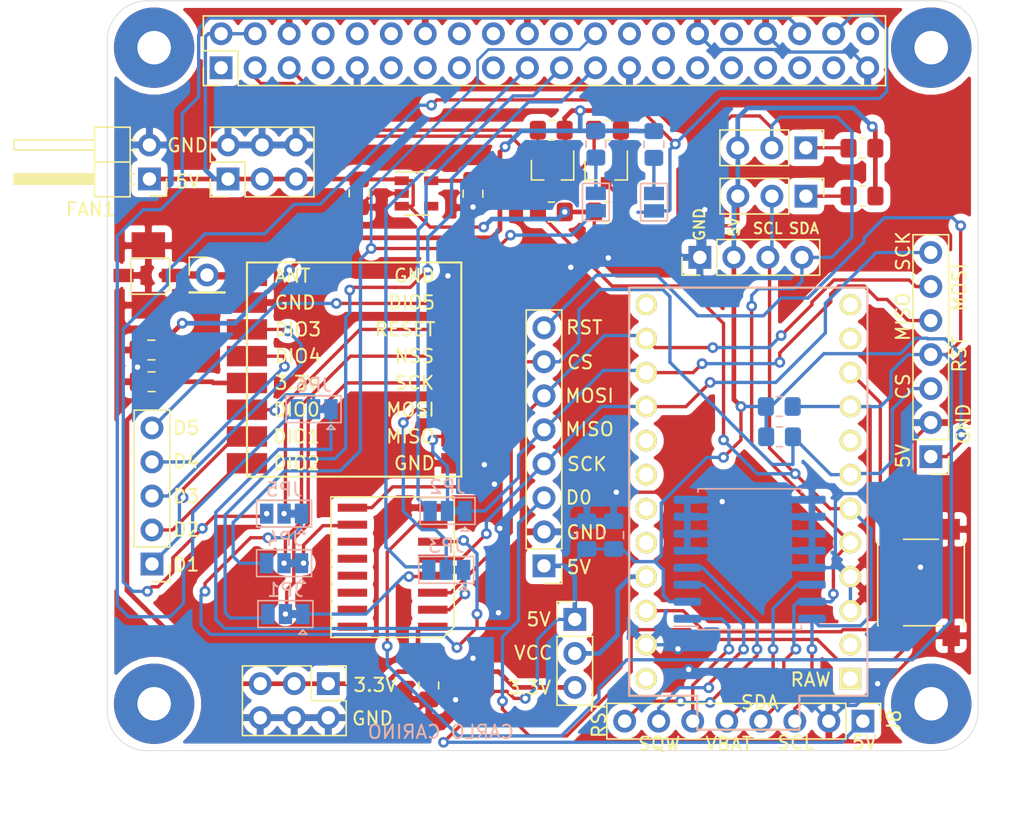
<source format=kicad_pcb>
(kicad_pcb (version 20171130) (host pcbnew "(5.1.10)-1")
  (title_block (company IOTNINJJA))
  (layers (0 F.Cu signal) (31 B.Cu signal) (34 B.Paste user) (35 F.Paste user) (36 B.SilkS user) (37 F.SilkS user) (38 B.Mask user) (39 F.Mask user) (44 Edge.Cuts user))
  (net 0 "")
  (net 1 GND)
  (net 2 3.3V)
  (net 3 5V)
  (net 4 /GPIO21)
  (net 5 /GPIO26)
  (net 6 /GPIO19)
  (net 7 /GPIO13)
  (net 8 /GPIO12)
  (net 9 /GPIO6)
  (net 10 /GPIO5)
  (net 11 /GPIO1)
  (net 12 /GPIO0)
  (net 13 /GPIO7)
  (net 14 /PI_SCK)
  (net 15 /GPIO25)
  (net 16 /PI_MISO)
  (net 17 /PI_MOSI)
  (net 18 /GPIO24)
  (net 19 /GPIO23)
  (net 20 /GPIO22)
  (net 21 /GPIO27)
  (net 22 /GPIO18)
  (net 23 /GPIO17)
  (net 24 /GPIO15)
  (net 25 /GPIO14)
  (net 26 /GPIO4)
  (net 27 /PI_SCL)
  (net 28 /PI_SDA)
  (net 29 "Net-(J2-Pad1)")
  (net 30 /DIO3)
  (net 31 /DIO4)
  (net 32 /DIO0)
  (net 33 /DIO1)
  (net 34 /DIO2)
  (net 35 /RFM_MISO)
  (net 36 /RFM_MOSI)
  (net 37 /RFM_SCK)
  (net 38 /RFM_CS)
  (net 39 /RFM_RST)
  (net 40 /MCU_SDA)
  (net 41 /MCU_SCL)
  (net 42 "Net-(SW1-Pad1)")
  (net 43 /DIO5)
  (net 44 "Net-(U3-Pad12)")
  (net 45 "Net-(U3-Pad11)")
  (net 46 /PI_RST)
  (net 47 /PI_DIO0)
  (net 48 /PI_CS)
  (net 49 /RST_H)
  (net 50 /CS_H)
  (net 51 /MOSI_H)
  (net 52 /MISO)
  (net 53 /SCK_H)
  (net 54 /SCK_L)
  (net 55 /MOSI_L)
  (net 56 /CS_L)
  (net 57 /RST_L)
  (net 58 /RFM_DIO0)
  (net 59 "Net-(JP7-Pad1)")
  (net 60 "Net-(JP8-Pad1)")
  (net 61 "Net-(R5-Pad2)")
  (net 62 "Net-(R6-Pad2)")
  (net 63 "Net-(U3-Pad14)")
  (net 64 "Net-(U3-Pad15)")
  (net 65 "Net-(U4-Pad24)")
  (net 66 "Net-(U4-Pad20)")
  (net 67 "Net-(U4-Pad19)")
  (net 68 "Net-(U4-Pad18)")
  (net 69 "Net-(U4-Pad17)")
  (net 70 "Net-(U4-Pad13)")
  (net 71 "Net-(U4-Pad12)")
  (net 72 "Net-(U4-Pad11)")
  (net 73 "Net-(U4-Pad8)")
  (net 74 "Net-(U4-Pad2)")
  (net 75 "Net-(U4-Pad1)")
  (net 76 "Net-(U5-Pad4)")
  (net 77 "Net-(J1-Pad17)")
  (net 78 "Net-(J1-Pad1)")
  (net 79 /MCU_VCC)
  (net 80 /VBAT)
  (net 81 /RTC_RST)
  (net 82 /SQW)
  (net 83 /32KHZ)
  (module promicro_library:ProMicro (layer F.Cu) (at 167.85 100.66 90)
    (fp_text reference U4 hide)
    (fp_text value ProMicro)
    (pad 24 thru_hole circle (at -13.97 -7.62 90) (size 1.6 1.6) (drill 1.1) (layers *.Cu *.Mask F.SilkS) (net 65 "Net-(U4-Pad24)"))
    (pad 23 thru_hole circle (at -11.43 -7.62 90) (size 1.6 1.6) (drill 1.1) (layers *.Cu *.Mask F.SilkS) (net 1 GND))
    (pad 22 thru_hole circle (at -8.89 -7.62 90) (size 1.6 1.6) (drill 1.1) (layers *.Cu *.Mask F.SilkS) (net 42 "Net-(SW1-Pad1)"))
    (pad 21 thru_hole circle (at -6.35 -7.62 90) (size 1.6 1.6) (drill 1.1) (layers *.Cu *.Mask F.SilkS) (net 79 /MCU_VCC))
    (pad 20 thru_hole circle (at -3.81 -7.62 90) (size 1.6 1.6) (drill 1.1) (layers *.Cu *.Mask F.SilkS) (net 66 "Net-(U4-Pad20)"))
    (pad 19 thru_hole circle (at -1.27 -7.62 90) (size 1.6 1.6) (drill 1.1) (layers *.Cu *.Mask F.SilkS) (net 67 "Net-(U4-Pad19)"))
    (pad 18 thru_hole circle (at 1.27 -7.62 90) (size 1.6 1.6) (drill 1.1) (layers *.Cu *.Mask F.SilkS) (net 68 "Net-(U4-Pad18)"))
    (pad 17 thru_hole circle (at 3.81 -7.62 90) (size 1.6 1.6) (drill 1.1) (layers *.Cu *.Mask F.SilkS) (net 69 "Net-(U4-Pad17)"))
    (pad 16 thru_hole circle (at 6.35 -7.62 90) (size 1.6 1.6) (drill 1.1) (layers *.Cu *.Mask F.SilkS) (net 53 /SCK_H))
    (pad 15 thru_hole circle (at 8.89 -7.62 90) (size 1.6 1.6) (drill 1.1) (layers *.Cu *.Mask F.SilkS) (net 52 /MISO))
    (pad 14 thru_hole circle (at 11.43 -7.62 90) (size 1.6 1.6) (drill 1.1) (layers *.Cu *.Mask F.SilkS) (net 51 /MOSI_H))
    (pad 13 thru_hole circle (at 13.97 -7.62 90) (size 1.6 1.6) (drill 1.1) (layers *.Cu *.Mask F.SilkS) (net 70 "Net-(U4-Pad13)"))
    (pad 12 thru_hole circle (at 13.97 7.62 90) (size 1.6 1.6) (drill 1.1) (layers *.Cu *.Mask F.SilkS) (net 71 "Net-(U4-Pad12)"))
    (pad 11 thru_hole circle (at 11.43 7.62 90) (size 1.6 1.6) (drill 1.1) (layers *.Cu *.Mask F.SilkS) (net 72 "Net-(U4-Pad11)"))
    (pad 10 thru_hole circle (at 8.89 7.62 90) (size 1.6 1.6) (drill 1.1) (layers *.Cu *.Mask F.SilkS) (net 32 /DIO0))
    (pad 9 thru_hole circle (at 6.35 7.62 90) (size 1.6 1.6) (drill 1.1) (layers *.Cu *.Mask F.SilkS) (net 49 /RST_H))
    (pad 8 thru_hole circle (at 3.81 7.62 90) (size 1.6 1.6) (drill 1.1) (layers *.Cu *.Mask F.SilkS) (net 73 "Net-(U4-Pad8)"))
    (pad 7 thru_hole circle (at 1.27 7.62 90) (size 1.6 1.6) (drill 1.1) (layers *.Cu *.Mask F.SilkS) (net 50 /CS_H))
    (pad 6 thru_hole circle (at -1.27 7.62 90) (size 1.6 1.6) (drill 1.1) (layers *.Cu *.Mask F.SilkS) (net 41 /MCU_SCL))
    (pad 5 thru_hole circle (at -3.81 7.62 90) (size 1.6 1.6) (drill 1.1) (layers *.Cu *.Mask F.SilkS) (net 40 /MCU_SDA))
    (pad 4 thru_hole circle (at -6.35 7.62 90) (size 1.6 1.6) (drill 1.1) (layers *.Cu *.Mask F.SilkS) (net 1 GND))
    (pad 3 thru_hole circle (at -8.89 7.62 90) (size 1.6 1.6) (drill 1.1) (layers *.Cu *.Mask F.SilkS) (net 1 GND))
    (pad 2 thru_hole circle (at -11.43 7.62 90) (size 1.6 1.6) (drill 1.1) (layers *.Cu *.Mask F.SilkS) (net 74 "Net-(U4-Pad2)"))
    (pad 1 thru_hole rect (at -13.97 7.62 90) (size 1.6 1.6) (drill 1.1) (layers *.Cu *.Mask F.SilkS) (net 75 "Net-(U4-Pad1)"))
  )
  (module Package_SO:SOIC-16W_7.5x10.3mm_P1.27mm (layer B.Cu) (at 167.95 105.705)
    (fp_text reference U6 hide)
    (fp_text value DS3231M)
    (pad 16 smd roundrect (at 4.65 4.445) (size 2.05 0.6) (layers B.Cu B.Paste B.Mask) (net 41 /MCU_SCL))
    (pad 15 smd roundrect (at 4.65 3.175) (size 2.05 0.6) (layers B.Cu B.Paste B.Mask) (net 40 /MCU_SDA))
    (pad 14 smd roundrect (at 4.65 1.905) (size 2.05 0.6) (layers B.Cu B.Paste B.Mask) (net 80 /VBAT))
    (pad 13 smd roundrect (at 4.65 0.635) (size 2.05 0.6) (layers B.Cu B.Paste B.Mask) (net 1 GND))
    (pad 12 smd roundrect (at 4.65 -0.635) (size 2.05 0.6) (layers B.Cu B.Paste B.Mask) (net 1 GND))
    (pad 11 smd roundrect (at 4.65 -1.905) (size 2.05 0.6) (layers B.Cu B.Paste B.Mask) (net 1 GND))
    (pad 10 smd roundrect (at 4.65 -3.175) (size 2.05 0.6) (layers B.Cu B.Paste B.Mask) (net 1 GND))
    (pad 9 smd roundrect (at 4.65 -4.445) (size 2.05 0.6) (layers B.Cu B.Paste B.Mask) (net 1 GND))
    (pad 8 smd roundrect (at -4.65 -4.445) (size 2.05 0.6) (layers B.Cu B.Paste B.Mask) (net 1 GND))
    (pad 7 smd roundrect (at -4.65 -3.175) (size 2.05 0.6) (layers B.Cu B.Paste B.Mask) (net 1 GND))
    (pad 6 smd roundrect (at -4.65 -1.905) (size 2.05 0.6) (layers B.Cu B.Paste B.Mask) (net 1 GND))
    (pad 5 smd roundrect (at -4.65 -0.635) (size 2.05 0.6) (layers B.Cu B.Paste B.Mask) (net 1 GND))
    (pad 4 smd roundrect (at -4.65 0.635) (size 2.05 0.6) (layers B.Cu B.Paste B.Mask) (net 81 /RTC_RST))
    (pad 3 smd roundrect (at -4.65 1.905) (size 2.05 0.6) (layers B.Cu B.Paste B.Mask) (net 82 /SQW))
    (pad 2 smd roundrect (at -4.65 3.175) (size 2.05 0.6) (layers B.Cu B.Paste B.Mask) (net 3 5V))
    (pad 1 smd roundrect (at -4.65 4.445) (size 2.05 0.6) (layers B.Cu B.Paste B.Mask) (net 83 /32KHZ))
  )
  (module Connector_PinHeader_2.54mm:PinHeader_1x08_P2.54mm_Vertical (layer F.Cu) (at 176.4 117.8 270)
    (fp_text reference J8 (at 0 -2.33 90) (layer F.SilkS))
    (fp_text value Conn_01x08_Male)
    (pad 8 thru_hole oval (at 0 17.78 270) (size 1.7 1.7) (drill 1) (layers *.Cu *.Mask) (net 81 /RTC_RST))
    (pad 7 thru_hole oval (at 0 15.24 270) (size 1.7 1.7) (drill 1) (layers *.Cu *.Mask) (net 82 /SQW))
    (pad 6 thru_hole oval (at 0 12.7 270) (size 1.7 1.7) (drill 1) (layers *.Cu *.Mask) (net 83 /32KHZ))
    (pad 5 thru_hole oval (at 0 10.16 270) (size 1.7 1.7) (drill 1) (layers *.Cu *.Mask) (net 80 /VBAT))
    (pad 4 thru_hole oval (at 0 7.62 270) (size 1.7 1.7) (drill 1) (layers *.Cu *.Mask) (net 40 /MCU_SDA))
    (pad 3 thru_hole oval (at 0 5.08 270) (size 1.7 1.7) (drill 1) (layers *.Cu *.Mask) (net 41 /MCU_SCL))
    (pad 2 thru_hole oval (at 0 2.54 270) (size 1.7 1.7) (drill 1) (layers *.Cu *.Mask) (net 1 GND))
    (pad 1 thru_hole rect (at 0 0 270) (size 1.7 1.7) (drill 1) (layers *.Cu *.Mask) (net 3 5V))
  )
  (module Capacitor_SMD:C_0805_2012Metric_Pad1.18x1.45mm_HandSolder (layer B.Cu) (at 157.8 103.9 90)
    (fp_text reference C7 hide)
    (fp_text value 0.1u)
    (pad 2 smd roundrect (at 1.0375 0 90) (size 1.175 1.45) (layers B.Cu B.Paste B.Mask) (roundrect_rratio 0.212766) (net 1 GND))
    (pad 1 smd roundrect (at -1.0375 0 90) (size 1.175 1.45) (layers B.Cu B.Paste B.Mask) (roundrect_rratio 0.212766) (net 3 5V))
  )
  (module Capacitor_SMD:C_0805_2012Metric_Pad1.18x1.45mm_HandSolder (layer B.Cu) (at 155.8 103.9 90)
    (fp_text reference C6 hide)
    (fp_text value 10u hide)
    (pad 2 smd roundrect (at 1.0375 0 90) (size 1.175 1.45) (layers B.Cu B.Paste B.Mask) (roundrect_rratio 0.212766) (net 1 GND))
    (pad 1 smd roundrect (at -1.0375 0 90) (size 1.175 1.45) (layers B.Cu B.Paste B.Mask) (roundrect_rratio 0.212766) (net 3 5V))
  )
  (module Connector_PinHeader_2.54mm:PinHeader_1x07_P2.54mm_Vertical (layer F.Cu) (at 181.47 98.04 180)
    (fp_text reference SPI_PORT1 hide)
    (fp_text value Conn_01x07_Male)
    (pad 7 thru_hole oval (at 0 15.24 180) (size 1.7 1.7) (drill 1) (layers *.Cu *.Mask) (net 53 /SCK_H))
    (pad 6 thru_hole oval (at 0 12.7 180) (size 1.7 1.7) (drill 1) (layers *.Cu *.Mask) (net 51 /MOSI_H))
    (pad 5 thru_hole oval (at 0 10.16 180) (size 1.7 1.7) (drill 1) (layers *.Cu *.Mask) (net 52 /MISO))
    (pad 4 thru_hole oval (at 0 7.62 180) (size 1.7 1.7) (drill 1) (layers *.Cu *.Mask) (net 49 /RST_H))
    (pad 3 thru_hole oval (at 0 5.08 180) (size 1.7 1.7) (drill 1) (layers *.Cu *.Mask) (net 50 /CS_H))
    (pad 2 thru_hole oval (at 0 2.54 180) (size 1.7 1.7) (drill 1) (layers *.Cu *.Mask) (net 1 GND))
    (pad 1 thru_hole rect (at 0 0 180) (size 1.7 1.7) (drill 1) (layers *.Cu *.Mask) (net 3 5V))
  )
  (module Connector_PinHeader_2.54mm:PinHeader_1x03_P2.54mm_Vertical (layer F.Cu) (at 154.9 110.2)
    (fp_text reference J3 hide)
    (fp_text value Conn_01x03_Male)
    (pad 3 thru_hole oval (at 0 5.08) (size 1.7 1.7) (drill 1) (layers *.Cu *.Mask) (net 2 3.3V))
    (pad 2 thru_hole oval (at 0 2.54) (size 1.7 1.7) (drill 1) (layers *.Cu *.Mask) (net 79 /MCU_VCC))
    (pad 1 thru_hole rect (at 0 0) (size 1.7 1.7) (drill 1) (layers *.Cu *.Mask) (net 3 5V))
  )
  (module Connector_PinHeader_2.54mm:PinHeader_1x05_P2.54mm_Vertical (layer F.Cu) (at 123.34 106.06 180)
    (fp_text reference J4 hide)
    (fp_text value Conn_01x05_Male)
    (pad 5 thru_hole oval (at 0 10.16 180) (size 1.7 1.7) (drill 1) (layers *.Cu *.Mask) (net 43 /DIO5))
    (pad 4 thru_hole oval (at 0 7.62 180) (size 1.7 1.7) (drill 1) (layers *.Cu *.Mask) (net 31 /DIO4))
    (pad 3 thru_hole oval (at 0 5.08 180) (size 1.7 1.7) (drill 1) (layers *.Cu *.Mask) (net 30 /DIO3))
    (pad 2 thru_hole oval (at 0 2.54 180) (size 1.7 1.7) (drill 1) (layers *.Cu *.Mask) (net 34 /DIO2))
    (pad 1 thru_hole rect (at 0 0 180) (size 1.7 1.7) (drill 1) (layers *.Cu *.Mask) (net 33 /DIO1))
  )
  (module Package_TO_SOT_SMD:SOT-23-5 (layer F.Cu) (at 143.08 78.39)
    (fp_text reference U5 hide)
    (fp_text value AP2112K-3.3)
    (pad 5 smd rect (at 1.1 -0.95) (size 1.06 0.65) (layers F.Cu F.Paste F.Mask) (net 2 3.3V))
    (pad 4 smd rect (at 1.1 0.95) (size 1.06 0.65) (layers F.Cu F.Paste F.Mask) (net 76 "Net-(U5-Pad4)"))
    (pad 3 smd rect (at -1.1 0.95) (size 1.06 0.65) (layers F.Cu F.Paste F.Mask) (net 3 5V))
    (pad 2 smd rect (at -1.1 0) (size 1.06 0.65) (layers F.Cu F.Paste F.Mask) (net 1 GND))
    (pad 1 smd rect (at -1.1 -0.95) (size 1.06 0.65) (layers F.Cu F.Paste F.Mask) (net 3 5V))
  )
  (module logicshifter:74HC4050 (layer F.Cu) (at 141.3 106.3 90)
    (fp_text reference U3 hide)
    (fp_text value 74HC4050D)
    (pad 8 smd rect (at 4.445 3 90) (size 0.6 2.2) (layers F.Cu F.Paste F.Mask) (net 1 GND))
    (pad 9 smd rect (at 4.445 -3 90) (size 0.6 2.2) (layers F.Cu F.Paste F.Mask) (net 50 /CS_H))
    (pad 7 smd rect (at 3.175 3 90) (size 0.6 2.2) (layers F.Cu F.Paste F.Mask) (net 49 /RST_H))
    (pad 10 smd rect (at 3.175 -3 90) (size 0.6 2.2) (layers F.Cu F.Paste F.Mask) (net 56 /CS_L))
    (pad 6 smd rect (at 1.905 3 90) (size 0.6 2.2) (layers F.Cu F.Paste F.Mask) (net 57 /RST_L))
    (pad 11 smd rect (at 1.905 -3 90) (size 0.6 2.2) (layers F.Cu F.Paste F.Mask) (net 45 "Net-(U3-Pad11)"))
    (pad 5 smd rect (at 0.635 3 90) (size 0.6 2.2) (layers F.Cu F.Paste F.Mask) (net 53 /SCK_H))
    (pad 12 smd rect (at 0.635 -3 90) (size 0.6 2.2) (layers F.Cu F.Paste F.Mask) (net 44 "Net-(U3-Pad12)"))
    (pad 4 smd rect (at -0.635 3 90) (size 0.6 2.2) (layers F.Cu F.Paste F.Mask) (net 54 /SCK_L))
    (pad 13 smd rect (at -0.635 -3 90) (size 0.6 2.2) (layers F.Cu F.Paste F.Mask))
    (pad 3 smd rect (at -1.905 3 90) (size 0.6 2.2) (layers F.Cu F.Paste F.Mask) (net 51 /MOSI_H))
    (pad 14 smd rect (at -1.905 -3 90) (size 0.6 2.2) (layers F.Cu F.Paste F.Mask) (net 63 "Net-(U3-Pad14)"))
    (pad 2 smd rect (at -3.175 3 90) (size 0.6 2.2) (layers F.Cu F.Paste F.Mask) (net 55 /MOSI_L))
    (pad 15 smd rect (at -3.175 -3 90) (size 0.6 2.2) (layers F.Cu F.Paste F.Mask) (net 64 "Net-(U3-Pad15)"))
    (pad 1 smd rect (at -4.445 3 90) (size 0.6 2.2) (layers F.Cu F.Paste F.Mask) (net 2 3.3V))
    (pad 16 smd rect (at -4.445 -3 90) (size 0.6 2.2) (layers F.Cu F.Paste F.Mask))
  )
  (module antenna:uFLSMA (layer F.Cu) (at 123.07 84.51 270)
    (fp_text reference U2 hide)
    (fp_text value uFL-SMA)
    (pad 4 smd rect (at -1.7 0 270) (size 2 2.5) (drill (offset -0.525 0)) (layers F.Cu F.Paste F.Mask) (net 1 GND))
    (pad 3 smd rect (at 0 1.35 270) (size 1 1.5) (drill (offset 0 0.5)) (layers F.Cu F.Paste F.Mask) (net 1 GND))
    (pad 2 smd rect (at 1.7 0 270) (size 2 2.5) (drill (offset 0.525 0)) (layers F.Cu F.Paste F.Mask) (net 1 GND))
    (pad 1 smd rect (at 0 -1 270) (size 1 1.5) (drill (offset 0 -0.75)) (layers F.Cu F.Paste F.Mask) (net 29 "Net-(J2-Pad1)"))
  )
  (module HopeRF:RFM95-Headers (layer F.Cu) (at 138.43 98.54 180)
    (fp_text reference U1 hide)
    (fp_text value RFM95)
    (fp_text user GND (at 4.4 12) (layer F.SilkS))
    (fp_text user DIO3 (at 4.2 10) (layer F.SilkS))
    (fp_text user DIO4 (at 4.2 8) (layer F.SilkS))
    (fp_text user 3.3V (at 4.3 6) (layer F.SilkS))
    (fp_text user DIO0 (at 4.3 4) (layer F.SilkS))
    (fp_text user DIO1 (at 4.3 2) (layer F.SilkS))
    (fp_text user DIO2 (at 4.3 0) (layer F.SilkS))
    (fp_text user GND (at -4.5 14) (layer F.SilkS))
    (fp_text user DIO5 (at -4.3 12) (layer F.SilkS))
    (fp_text user RESET (at -3.8 10) (layer F.SilkS))
    (fp_text user NSS (at -4.5 8) (layer F.SilkS))
    (fp_text user SCK (at -4.5 6) (layer F.SilkS))
    (fp_text user MOSI (at -4.2 4) (layer F.SilkS))
    (fp_text user MISO (at -4.2 2) (layer F.SilkS))
    (fp_text user ANT (at 4.6 14) (layer F.SilkS))
    (fp_text user GND (at -4.5 0) (layer F.SilkS))
    (pad 9 smd rect (at 7 14 180) (size 3 1.524) (drill (offset 1 0)) (layers F.Cu F.Paste F.Mask) (net 29 "Net-(J2-Pad1)"))
    (pad 10 smd rect (at 7 12 180) (size 3 1.524) (drill (offset 1 0)) (layers F.Cu F.Paste F.Mask) (net 1 GND))
    (pad 11 smd rect (at 7 10 180) (size 3 1.524) (drill (offset 1 0)) (layers F.Cu F.Paste F.Mask) (net 30 /DIO3))
    (pad 12 smd rect (at 7 8 180) (size 3 1.524) (drill (offset 1 0)) (layers F.Cu F.Paste F.Mask) (net 31 /DIO4))
    (pad 13 smd rect (at 7 6 180) (size 3 1.524) (drill (offset 1 0)) (layers F.Cu F.Paste F.Mask) (net 2 3.3V))
    (pad 14 smd rect (at 7 4 180) (size 3 1.524) (drill (offset 1 0)) (layers F.Cu F.Paste F.Mask) (net 58 /RFM_DIO0))
    (pad 15 smd rect (at 7 2 180) (size 3 1.524) (drill (offset 1 0)) (layers F.Cu F.Paste F.Mask) (net 33 /DIO1))
    (pad 16 smd rect (at 7 0 180) (size 3 1.524) (drill (offset 1 0)) (layers F.Cu F.Paste F.Mask) (net 34 /DIO2))
    (pad 8 smd rect (at -7 14) (size 3 1.524) (drill (offset 1 0)) (layers F.Cu F.Paste F.Mask) (net 1 GND))
    (pad 7 smd rect (at -7 12) (size 3 1.524) (drill (offset 1 0)) (layers F.Cu F.Paste F.Mask) (net 43 /DIO5))
    (pad 6 connect rect (at -7 10) (size 3 1.524) (drill (offset 1 0)) (layers F.Cu F.Mask) (net 39 /RFM_RST))
    (pad 5 smd rect (at -7 8) (size 3 1.524) (drill (offset 1 0)) (layers F.Cu F.Paste F.Mask) (net 38 /RFM_CS))
    (pad 4 smd rect (at -7 6) (size 3 1.524) (drill (offset 1 0)) (layers F.Cu F.Paste F.Mask) (net 37 /RFM_SCK))
    (pad 3 smd rect (at -7 4) (size 3 1.524) (drill (offset 1 0)) (layers F.Cu F.Paste F.Mask) (net 36 /RFM_MOSI))
    (pad 2 smd rect (at -7 2) (size 3 1.524) (drill (offset 1 0)) (layers F.Cu F.Paste F.Mask) (net 35 /RFM_MISO))
    (pad 1 smd rect (at -7 0) (size 3 1.524) (drill (offset 1 0)) (layers F.Cu F.Paste F.Mask) (net 1 GND))
  )
  (module Button_Switch_SMD:SW_Push_1P1T_NO_6x6mm_H9.5mm (layer F.Cu) (at 180.74 107.445 90)
    (fp_text reference SW1 hide)
    (fp_text value SW_Push)
    (pad 2 smd rect (at 3.975 2.25 90) (size 1.55 1.3) (layers F.Cu F.Paste F.Mask) (net 1 GND))
    (pad 1 smd rect (at 3.975 -2.25 90) (size 1.55 1.3) (layers F.Cu F.Paste F.Mask) (net 42 "Net-(SW1-Pad1)"))
    (pad 1 smd rect (at -3.975 -2.25 90) (size 1.55 1.3) (layers F.Cu F.Paste F.Mask) (net 42 "Net-(SW1-Pad1)"))
    (pad 2 smd rect (at -3.975 2.25 90) (size 1.55 1.3) (layers F.Cu F.Paste F.Mask) (net 1 GND))
  )
  (module Connector_PinHeader_2.54mm:PinHeader_1x03_P2.54mm_Vertical (layer F.Cu) (at 172.14 74.98 270)
    (fp_text reference SDA_PU1 hide)
    (fp_text value Conn_01x03_Male)
    (pad 3 thru_hole oval (at 0 5.08 270) (size 1.7 1.7) (drill 1) (layers *.Cu *.Mask) (net 3 5V))
    (pad 2 thru_hole oval (at 0 2.54 270) (size 1.7 1.7) (drill 1) (layers *.Cu *.Mask) (net 40 /MCU_SDA))
    (pad 1 thru_hole rect (at 0 0 270) (size 1.7 1.7) (drill 1) (layers *.Cu *.Mask) (net 61 "Net-(R5-Pad2)"))
  )
  (module Connector_PinHeader_2.54mm:PinHeader_1x03_P2.54mm_Vertical (layer F.Cu) (at 172.15 78.59 270)
    (fp_text reference SCL_PU1 hide)
    (fp_text value Conn_01x03_Male)
    (pad 3 thru_hole oval (at 0 5.08 270) (size 1.7 1.7) (drill 1) (layers *.Cu *.Mask) (net 3 5V))
    (pad 2 thru_hole oval (at 0 2.54 270) (size 1.7 1.7) (drill 1) (layers *.Cu *.Mask) (net 41 /MCU_SCL))
    (pad 1 thru_hole rect (at 0 0 270) (size 1.7 1.7) (drill 1) (layers *.Cu *.Mask) (net 62 "Net-(R6-Pad2)"))
  )
  (module Resistor_SMD:R_0805_2012Metric_Pad1.20x1.40mm_HandSolder (layer B.Cu) (at 160.8 74.73 270)
    (fp_text reference R10 hide)
    (fp_text value 10k hide)
    (pad 2 smd roundrect (at 1 0 270) (size 1.2 1.4) (layers B.Cu B.Paste B.Mask) (roundrect_rratio 0.2083325) (net 60 "Net-(JP8-Pad1)"))
    (pad 1 smd roundrect (at -1 0 270) (size 1.2 1.4) (layers B.Cu B.Paste B.Mask) (roundrect_rratio 0.2083325) (net 2 3.3V))
  )
  (module Resistor_SMD:R_0805_2012Metric_Pad1.20x1.40mm_HandSolder (layer B.Cu) (at 156.47 74.71 90)
    (fp_text reference R9 hide)
    (fp_text value 10k hide)
    (pad 2 smd roundrect (at 1 0 90) (size 1.2 1.4) (layers B.Cu B.Paste B.Mask) (roundrect_rratio 0.2083325) (net 2 3.3V))
    (pad 1 smd roundrect (at -1 0 90) (size 1.2 1.4) (layers B.Cu B.Paste B.Mask) (roundrect_rratio 0.2083325) (net 59 "Net-(JP7-Pad1)"))
  )
  (module Resistor_SMD:R_0805_2012Metric_Pad1.20x1.40mm_HandSolder (layer B.Cu) (at 170.16 94.3)
    (fp_text reference R8 hide)
    (fp_text value 100k hide)
    (pad 2 smd roundrect (at 1 0) (size 1.2 1.4) (layers B.Cu B.Paste B.Mask) (roundrect_rratio 0.2083325) (net 49 /RST_H))
    (pad 1 smd roundrect (at -1 0) (size 1.2 1.4) (layers B.Cu B.Paste B.Mask) (roundrect_rratio 0.2083325) (net 3 5V))
  )
  (module Resistor_SMD:R_0805_2012Metric_Pad1.20x1.40mm_HandSolder (layer B.Cu) (at 170.18 96.56)
    (fp_text reference R7 hide)
    (fp_text value 100k hide)
    (pad 2 smd roundrect (at 1 0) (size 1.2 1.4) (layers B.Cu B.Paste B.Mask) (roundrect_rratio 0.2083325) (net 50 /CS_H))
    (pad 1 smd roundrect (at -1 0) (size 1.2 1.4) (layers B.Cu B.Paste B.Mask) (roundrect_rratio 0.2083325) (net 3 5V))
  )
  (module Resistor_SMD:R_0805_2012Metric_Pad1.20x1.40mm_HandSolder (layer F.Cu) (at 176.34 78.58 180)
    (fp_text reference R6 hide)
    (fp_text value 4.7k)
    (pad 2 smd roundrect (at 1 0 180) (size 1.2 1.4) (layers F.Cu F.Paste F.Mask) (roundrect_rratio 0.2083325) (net 62 "Net-(R6-Pad2)"))
    (pad 1 smd roundrect (at -1 0 180) (size 1.2 1.4) (layers F.Cu F.Paste F.Mask) (roundrect_rratio 0.2083325) (net 3 5V))
  )
  (module Resistor_SMD:R_0805_2012Metric_Pad1.20x1.40mm_HandSolder (layer F.Cu) (at 176.33 75.01 180)
    (fp_text reference R5 hide)
    (fp_text value 4.7k)
    (pad 2 smd roundrect (at 1 0 180) (size 1.2 1.4) (layers F.Cu F.Paste F.Mask) (roundrect_rratio 0.2083325) (net 61 "Net-(R5-Pad2)"))
    (pad 1 smd roundrect (at -1 0 180) (size 1.2 1.4) (layers F.Cu F.Paste F.Mask) (roundrect_rratio 0.2083325) (net 3 5V))
  )
  (module Resistor_SMD:R_0805_2012Metric_Pad1.20x1.40mm_HandSolder (layer F.Cu) (at 153.15 79.77 180)
    (fp_text reference R4 hide)
    (fp_text value 10k)
    (pad 2 smd roundrect (at 1 0 180) (size 1.2 1.4) (layers F.Cu F.Paste F.Mask) (roundrect_rratio 0.2083325) (net 41 /MCU_SCL))
    (pad 1 smd roundrect (at -1 0 180) (size 1.2 1.4) (layers F.Cu F.Paste F.Mask) (roundrect_rratio 0.2083325) (net 3 5V))
  )
  (module Resistor_SMD:R_0805_2012Metric_Pad1.20x1.40mm_HandSolder (layer F.Cu) (at 157.35 79.77)
    (fp_text reference R3 hide)
    (fp_text value 10k)
    (pad 2 smd roundrect (at 1 0) (size 1.2 1.4) (layers F.Cu F.Paste F.Mask) (roundrect_rratio 0.2083325) (net 40 /MCU_SDA))
    (pad 1 smd roundrect (at -1 0) (size 1.2 1.4) (layers F.Cu F.Paste F.Mask) (roundrect_rratio 0.2083325) (net 3 5V))
  )
  (module Resistor_SMD:R_0805_2012Metric_Pad1.20x1.40mm_HandSolder (layer F.Cu) (at 153.14 73.66 180)
    (fp_text reference R2 hide)
    (fp_text value 10k)
    (pad 2 smd roundrect (at 1 0 180) (size 1.2 1.4) (layers F.Cu F.Paste F.Mask) (roundrect_rratio 0.2083325) (net 27 /PI_SCL))
    (pad 1 smd roundrect (at -1 0 180) (size 1.2 1.4) (layers F.Cu F.Paste F.Mask) (roundrect_rratio 0.2083325) (net 2 3.3V))
  )
  (module Resistor_SMD:R_0805_2012Metric_Pad1.20x1.40mm_HandSolder (layer F.Cu) (at 157.34 73.66 180)
    (fp_text reference R1 hide)
    (fp_text value 10k)
    (pad 2 smd roundrect (at 1 0 180) (size 1.2 1.4) (layers F.Cu F.Paste F.Mask) (roundrect_rratio 0.2083325) (net 28 /PI_SDA))
    (pad 1 smd roundrect (at -1 0 180) (size 1.2 1.4) (layers F.Cu F.Paste F.Mask) (roundrect_rratio 0.2083325) (net 2 3.3V))
  )
  (module Package_TO_SOT_SMD:SOT-23 (layer F.Cu) (at 153.24 76.62 270)
    (fp_text reference Q2 hide)
    (fp_text value BSS138)
    (pad 3 smd rect (at 1 0 270) (size 0.9 0.8) (layers F.Cu F.Paste F.Mask) (net 41 /MCU_SCL))
    (pad 2 smd rect (at -1 0.95 270) (size 0.9 0.8) (layers F.Cu F.Paste F.Mask) (net 27 /PI_SCL))
    (pad 1 smd rect (at -1 -0.95 270) (size 0.9 0.8) (layers F.Cu F.Paste F.Mask) (net 2 3.3V))
  )
  (module Package_TO_SOT_SMD:SOT-23 (layer F.Cu) (at 157.24 76.62 270)
    (fp_text reference Q1 hide)
    (fp_text value BSS138)
    (pad 3 smd rect (at 1 0 270) (size 0.9 0.8) (layers F.Cu F.Paste F.Mask) (net 40 /MCU_SDA))
    (pad 2 smd rect (at -1 0.95 270) (size 0.9 0.8) (layers F.Cu F.Paste F.Mask) (net 28 /PI_SDA))
    (pad 1 smd rect (at -1 -0.95 270) (size 0.9 0.8) (layers F.Cu F.Paste F.Mask) (net 2 3.3V))
  )
  (module Jumper:SolderJumper-2_P1.3mm_Open_Pad1.0x1.5mm (layer B.Cu) (at 160.81 79.04 270)
    (fp_text reference JP8 hide)
    (fp_text value SolderJumper_2_Open hide)
    (pad 1 smd rect (at -0.65 0 270) (size 1 1.5) (layers B.Cu B.Mask) (net 60 "Net-(JP8-Pad1)"))
    (pad 2 smd rect (at 0.65 0 270) (size 1 1.5) (layers B.Cu B.Mask) (net 46 /PI_RST))
  )
  (module Jumper:SolderJumper-2_P1.3mm_Open_Pad1.0x1.5mm (layer B.Cu) (at 156.47 79.03 270)
    (fp_text reference JP7 hide)
    (fp_text value SolderJumper_2_Open hide)
    (pad 1 smd rect (at -0.65 0 270) (size 1 1.5) (layers B.Cu B.Mask) (net 59 "Net-(JP7-Pad1)"))
    (pad 2 smd rect (at 0.65 0 270) (size 1 1.5) (layers B.Cu B.Mask) (net 48 /PI_CS))
  )
  (module Jumper:SolderJumper-3_P1.3mm_Bridged12_Pad1.0x1.5mm (layer B.Cu) (at 135.4 94.5 180)
    (fp_text reference JP6 (at 0 1.8) (layer B.SilkS) (effects (justify mirror)))
    (fp_text value SolderJumper_3_Bridged12 hide)
    (fp_poly (pts (xy -0.9 0.3) (xy -0.4 0.3) (xy -0.4 -0.3) (xy -0.9 -0.3)) (layer B.Cu) (width 0))
    (pad 2 smd rect (at 0 0 180) (size 1 1.5) (layers B.Cu B.Mask) (net 58 /RFM_DIO0))
    (pad 3 smd rect (at 1.3 0 180) (size 1 1.5) (layers B.Cu B.Mask) (net 47 /PI_DIO0))
    (pad 1 smd rect (at -1.3 0 180) (size 1 1.5) (layers B.Cu B.Mask) (net 32 /DIO0))
  )
  (module Jumper:SolderJumper-3_P1.3mm_Bridged12_Pad1.0x1.5mm (layer B.Cu) (at 133.2 102.3 180)
    (fp_text reference JP5 (at 0 1.8) (layer B.SilkS) (effects (justify mirror)))
    (fp_text value SolderJumper_3_Bridged12 hide)
    (fp_poly (pts (xy -0.9 0.3) (xy -0.4 0.3) (xy -0.4 -0.3) (xy -0.9 -0.3)) (layer B.Cu) (width 0))
    (pad 2 smd rect (at 0 0 180) (size 1 1.5) (layers B.Cu B.Mask) (net 39 /RFM_RST))
    (pad 3 smd rect (at 1.3 0 180) (size 1 1.5) (layers B.Cu B.Mask) (net 46 /PI_RST))
    (pad 1 smd rect (at -1.3 0 180) (size 1 1.5) (layers B.Cu B.Mask) (net 57 /RST_L))
  )
  (module Jumper:SolderJumper-3_P1.3mm_Bridged12_Pad1.0x1.5mm (layer B.Cu) (at 133.2 106 180)
    (fp_text reference JP4 (at 0 1.8) (layer B.SilkS) (effects (justify mirror)))
    (fp_text value SolderJumper_3_Bridged12 hide)
    (fp_poly (pts (xy -0.9 0.3) (xy -0.4 0.3) (xy -0.4 -0.3) (xy -0.9 -0.3)) (layer B.Cu) (width 0))
    (pad 2 smd rect (at 0 0 180) (size 1 1.5) (layers B.Cu B.Mask) (net 38 /RFM_CS))
    (pad 3 smd rect (at 1.3 0 180) (size 1 1.5) (layers B.Cu B.Mask) (net 48 /PI_CS))
    (pad 1 smd rect (at -1.3 0 180) (size 1 1.5) (layers B.Cu B.Mask) (net 56 /CS_L))
  )
  (module Jumper:SolderJumper-3_P1.3mm_Bridged12_Pad1.0x1.5mm (layer B.Cu) (at 145.3 106.5 180)
    (fp_text reference JP3 (at 0 1.8) (layer B.SilkS) (effects (justify mirror)))
    (fp_text value SolderJumper_3_Bridged12 hide)
    (fp_poly (pts (xy -0.9 0.3) (xy -0.4 0.3) (xy -0.4 -0.3) (xy -0.9 -0.3)) (layer B.Cu) (width 0))
    (pad 2 smd rect (at 0 0 180) (size 1 1.5) (layers B.Cu B.Mask) (net 36 /RFM_MOSI))
    (pad 3 smd rect (at 1.3 0 180) (size 1 1.5) (layers B.Cu B.Mask) (net 17 /PI_MOSI))
    (pad 1 smd rect (at -1.3 0 180) (size 1 1.5) (layers B.Cu B.Mask) (net 55 /MOSI_L))
  )
  (module Jumper:SolderJumper-3_P1.3mm_Bridged12_Pad1.0x1.5mm (layer B.Cu) (at 145.4 102.1 180)
    (fp_text reference JP2 (at 0 1.8) (layer B.SilkS) (effects (justify mirror)))
    (fp_text value SolderJumper_3_Bridged12 hide)
    (fp_poly (pts (xy -0.9 0.3) (xy -0.4 0.3) (xy -0.4 -0.3) (xy -0.9 -0.3)) (layer B.Cu) (width 0))
    (pad 2 smd rect (at 0 0 180) (size 1 1.5) (layers B.Cu B.Mask) (net 35 /RFM_MISO))
    (pad 3 smd rect (at 1.3 0 180) (size 1 1.5) (layers B.Cu B.Mask) (net 16 /PI_MISO))
    (pad 1 smd rect (at -1.3 0 180) (size 1 1.5) (layers B.Cu B.Mask) (net 52 /MISO))
  )
  (module Jumper:SolderJumper-3_P1.3mm_Bridged12_Pad1.0x1.5mm (layer B.Cu) (at 133.3 109.8 180)
    (fp_text reference JP1 (at 0 1.8) (layer B.SilkS) (effects (justify mirror)))
    (fp_text value SolderJumper_3_Bridged12 hide)
    (fp_poly (pts (xy -0.9 0.3) (xy -0.4 0.3) (xy -0.4 -0.3) (xy -0.9 -0.3)) (layer B.Cu) (width 0))
    (pad 2 smd rect (at 0 0 180) (size 1 1.5) (layers B.Cu B.Mask) (net 37 /RFM_SCK))
    (pad 3 smd rect (at 1.3 0 180) (size 1 1.5) (layers B.Cu B.Mask) (net 14 /PI_SCK))
    (pad 1 smd rect (at -1.3 0 180) (size 1 1.5) (layers B.Cu B.Mask) (net 54 /SCK_L))
  )
  (module Connector_PinHeader_2.54mm:PinHeader_2x03_P2.54mm_Vertical (layer F.Cu) (at 136.5 115 270)
    (fp_text reference J7 hide)
    (fp_text value Conn_02x03_Odd_Even)
    (pad 6 thru_hole oval (at 2.54 5.08 270) (size 1.7 1.7) (drill 1) (layers *.Cu *.Mask) (net 1 GND))
    (pad 5 thru_hole oval (at 0 5.08 270) (size 1.7 1.7) (drill 1) (layers *.Cu *.Mask) (net 2 3.3V))
    (pad 4 thru_hole oval (at 2.54 2.54 270) (size 1.7 1.7) (drill 1) (layers *.Cu *.Mask) (net 1 GND))
    (pad 3 thru_hole oval (at 0 2.54 270) (size 1.7 1.7) (drill 1) (layers *.Cu *.Mask) (net 2 3.3V))
    (pad 2 thru_hole oval (at 2.54 0 270) (size 1.7 1.7) (drill 1) (layers *.Cu *.Mask) (net 1 GND))
    (pad 1 thru_hole rect (at 0 0 270) (size 1.7 1.7) (drill 1) (layers *.Cu *.Mask) (net 2 3.3V))
  )
  (module Connector_PinHeader_2.54mm:PinHeader_2x03_P2.54mm_Vertical (layer F.Cu) (at 129.02 77.31 90)
    (fp_text reference J6 hide)
    (fp_text value Conn_02x03_Odd_Even)
    (pad 6 thru_hole oval (at 2.54 5.08 90) (size 1.7 1.7) (drill 1) (layers *.Cu *.Mask) (net 1 GND))
    (pad 5 thru_hole oval (at 0 5.08 90) (size 1.7 1.7) (drill 1) (layers *.Cu *.Mask) (net 3 5V))
    (pad 4 thru_hole oval (at 2.54 2.54 90) (size 1.7 1.7) (drill 1) (layers *.Cu *.Mask) (net 1 GND))
    (pad 3 thru_hole oval (at 0 2.54 90) (size 1.7 1.7) (drill 1) (layers *.Cu *.Mask) (net 3 5V))
    (pad 2 thru_hole oval (at 2.54 0 90) (size 1.7 1.7) (drill 1) (layers *.Cu *.Mask) (net 1 GND))
    (pad 1 thru_hole rect (at 0 0 90) (size 1.7 1.7) (drill 1) (layers *.Cu *.Mask) (net 3 5V))
  )
  (module Connector_PinHeader_2.54mm:PinHeader_1x01_P2.54mm_Vertical (layer F.Cu) (at 127.45 84.48)
    (fp_text reference J2 hide)
    (fp_text value Conn_01x01_Male)
    (pad 1 thru_hole circle (at 0 0) (size 1.7 1.7) (drill 1) (layers *.Cu *.Mask) (net 29 "Net-(J2-Pad1)"))
  )
  (module Connector_PinHeader_2.54mm:PinHeader_1x04_P2.54mm_Vertical (layer F.Cu) (at 164.23 83.16 90)
    (fp_text reference I2C_PORT1 hide)
    (fp_text value Conn_01x04_Male)
    (pad 4 thru_hole oval (at 0 7.62 90) (size 1.7 1.7) (drill 1) (layers *.Cu *.Mask) (net 40 /MCU_SDA))
    (pad 3 thru_hole oval (at 0 5.08 90) (size 1.7 1.7) (drill 1) (layers *.Cu *.Mask) (net 41 /MCU_SCL))
    (pad 2 thru_hole oval (at 0 2.54 90) (size 1.7 1.7) (drill 1) (layers *.Cu *.Mask) (net 3 5V))
    (pad 1 thru_hole rect (at 0 0 90) (size 1.7 1.7) (drill 1) (layers *.Cu *.Mask) (net 1 GND))
  )
  (module Connector_PinHeader_2.54mm:PinHeader_1x02_P2.54mm_Horizontal (layer F.Cu) (at 123.15 77.31 180)
    (fp_text reference FAN1 (at 4.385 -2.27) (layer F.SilkS))
    (fp_text value Conn_01x02_Male)
    (pad 2 thru_hole oval (at 0 2.54 180) (size 1.7 1.7) (drill 1) (layers *.Cu *.Mask) (net 1 GND))
    (pad 1 thru_hole rect (at 0 0 180) (size 1.7 1.7) (drill 1) (layers *.Cu *.Mask) (net 3 5V))
  )
  (module Capacitor_SMD:C_0805_2012Metric_Pad1.18x1.45mm_HandSolder (layer F.Cu) (at 147.3 78.4075 270)
    (fp_text reference C5 hide)
    (fp_text value 1u)
    (pad 2 smd roundrect (at 1.0375 0 270) (size 1.175 1.45) (layers F.Cu F.Paste F.Mask) (roundrect_rratio 0.2127659574468085) (net 1 GND))
    (pad 1 smd roundrect (at -1.0375 0 270) (size 1.175 1.45) (layers F.Cu F.Paste F.Mask) (roundrect_rratio 0.2127659574468085) (net 2 3.3V))
  )
  (module Capacitor_SMD:C_0805_2012Metric_Pad1.18x1.45mm_HandSolder (layer F.Cu) (at 138.8 78.3775 270)
    (fp_text reference C4 hide)
    (fp_text value 1u)
    (pad 2 smd roundrect (at 1.0375 0 270) (size 1.175 1.45) (layers F.Cu F.Paste F.Mask) (roundrect_rratio 0.2127659574468085) (net 1 GND))
    (pad 1 smd roundrect (at -1.0375 0 270) (size 1.175 1.45) (layers F.Cu F.Paste F.Mask) (roundrect_rratio 0.2127659574468085) (net 3 5V))
  )
  (module Capacitor_SMD:C_0805_2012Metric_Pad1.18x1.45mm_HandSolder (layer F.Cu) (at 144 115.1375 270)
    (fp_text reference C3 hide)
    (fp_text value 0.1uF)
    (pad 2 smd roundrect (at 1.0375 0 270) (size 1.175 1.45) (layers F.Cu F.Paste F.Mask) (roundrect_rratio 0.2127659574468085) (net 1 GND))
    (pad 1 smd roundrect (at -1.0375 0 270) (size 1.175 1.45) (layers F.Cu F.Paste F.Mask) (roundrect_rratio 0.2127659574468085) (net 2 3.3V))
  )
  (module Capacitor_SMD:C_0805_2012Metric_Pad1.18x1.45mm_HandSolder (layer F.Cu) (at 123.3125 92.45 180)
    (fp_text reference C2 hide)
    (fp_text value 0.1u hide)
    (pad 2 smd roundrect (at 1.0375 0 180) (size 1.175 1.45) (layers F.Cu F.Paste F.Mask) (roundrect_rratio 0.2127659574468085) (net 1 GND))
    (pad 1 smd roundrect (at -1.0375 0 180) (size 1.175 1.45) (layers F.Cu F.Paste F.Mask) (roundrect_rratio 0.2127659574468085) (net 2 3.3V))
  )
  (module Capacitor_SMD:C_0805_2012Metric_Pad1.18x1.45mm_HandSolder (layer F.Cu) (at 123.2975 90.08 180)
    (fp_text reference C1 hide)
    (fp_text value 10u hide)
    (pad 2 smd roundrect (at 1.0375 0 180) (size 1.175 1.45) (layers F.Cu F.Paste F.Mask) (roundrect_rratio 0.2127659574468085) (net 1 GND))
    (pad 1 smd roundrect (at -1.0375 0 180) (size 1.175 1.45) (layers F.Cu F.Paste F.Mask) (roundrect_rratio 0.2127659574468085) (net 2 3.3V))
  )
  (module mounting:pi_mounting_2.5_6 (layer F.Cu) (at 181.5 74)
    (fp_text reference H3 hide)
    (fp_text value MountingHole_Pad)
    (pad "" thru_hole circle (at 0 -6.5) (size 6 6) (drill 2.5) (layers *.Cu *.Mask))
  )
  (module mounting:pi_mounting_2.5_6 (layer F.Cu) (at 123.4 122)
    (fp_text reference H1 hide)
    (fp_text value MountingHole_Pad)
    (pad "" thru_hole circle (at 0.1 -5.5) (size 6 6) (drill 2.5) (layers *.Cu *.Mask))
  )
  (module mounting:pi_mounting_2.5_6 (layer F.Cu) (at 123.5 73)
    (fp_text reference H2 hide)
    (fp_text value MountingHole_Pad)
    (pad "" thru_hole circle (at 0 -5.5) (size 6 6) (drill 2.5) (layers *.Cu *.Mask))
  )
  (module mounting:pi_mounting_2.5_6 (layer F.Cu) (at 181.5 122)
    (fp_text reference H4 hide)
    (fp_text value MountingHole_Pad)
    (pad "" thru_hole circle (at 0 -5.5) (size 6 6) (drill 2.5) (layers *.Cu *.Mask))
  )
  (module Connector_PinHeader_2.54mm:PinHeader_2x20_P2.54mm_Vertical (layer F.Cu) (at 128.5 69 90)
    (fp_text reference J1 hide)
    (fp_text value GPIO)
    (pad 40 thru_hole oval (at 2.54 48.26 90) (size 1.7 1.7) (drill 1) (layers *.Cu *.Mask) (net 4 /GPIO21))
    (pad 39 thru_hole oval (at 0 48.26 90) (size 1.7 1.7) (drill 1) (layers *.Cu *.Mask) (net 1 GND))
    (pad 38 thru_hole oval (at 2.54 45.72 90) (size 1.7 1.7) (drill 1) (layers *.Cu *.Mask) (net 46 /PI_RST))
    (pad 37 thru_hole oval (at 0 45.72 90) (size 1.7 1.7) (drill 1) (layers *.Cu *.Mask) (net 5 /GPIO26))
    (pad 36 thru_hole oval (at 2.54 43.18 90) (size 1.7 1.7) (drill 1) (layers *.Cu *.Mask) (net 47 /PI_DIO0))
    (pad 35 thru_hole oval (at 0 43.18 90) (size 1.7 1.7) (drill 1) (layers *.Cu *.Mask) (net 6 /GPIO19))
    (pad 34 thru_hole oval (at 2.54 40.64 90) (size 1.7 1.7) (drill 1) (layers *.Cu *.Mask) (net 1 GND))
    (pad 33 thru_hole oval (at 0 40.64 90) (size 1.7 1.7) (drill 1) (layers *.Cu *.Mask) (net 7 /GPIO13))
    (pad 32 thru_hole oval (at 2.54 38.1 90) (size 1.7 1.7) (drill 1) (layers *.Cu *.Mask) (net 8 /GPIO12))
    (pad 31 thru_hole oval (at 0 38.1 90) (size 1.7 1.7) (drill 1) (layers *.Cu *.Mask) (net 9 /GPIO6))
    (pad 30 thru_hole oval (at 2.54 35.56 90) (size 1.7 1.7) (drill 1) (layers *.Cu *.Mask) (net 1 GND))
    (pad 29 thru_hole oval (at 0 35.56 90) (size 1.7 1.7) (drill 1) (layers *.Cu *.Mask) (net 10 /GPIO5))
    (pad 28 thru_hole oval (at 2.54 33.02 90) (size 1.7 1.7) (drill 1) (layers *.Cu *.Mask) (net 11 /GPIO1))
    (pad 27 thru_hole oval (at 0 33.02 90) (size 1.7 1.7) (drill 1) (layers *.Cu *.Mask) (net 12 /GPIO0))
    (pad 26 thru_hole oval (at 2.54 30.48 90) (size 1.7 1.7) (drill 1) (layers *.Cu *.Mask) (net 13 /GPIO7))
    (pad 25 thru_hole oval (at 0 30.48 90) (size 1.7 1.7) (drill 1) (layers *.Cu *.Mask) (net 1 GND))
    (pad 24 thru_hole oval (at 2.54 27.94 90) (size 1.7 1.7) (drill 1) (layers *.Cu *.Mask) (net 48 /PI_CS))
    (pad 23 thru_hole oval (at 0 27.94 90) (size 1.7 1.7) (drill 1) (layers *.Cu *.Mask) (net 14 /PI_SCK))
    (pad 22 thru_hole oval (at 2.54 25.4 90) (size 1.7 1.7) (drill 1) (layers *.Cu *.Mask) (net 15 /GPIO25))
    (pad 21 thru_hole oval (at 0 25.4 90) (size 1.7 1.7) (drill 1) (layers *.Cu *.Mask) (net 16 /PI_MISO))
    (pad 20 thru_hole oval (at 2.54 22.86 90) (size 1.7 1.7) (drill 1) (layers *.Cu *.Mask) (net 1 GND))
    (pad 19 thru_hole oval (at 0 22.86 90) (size 1.7 1.7) (drill 1) (layers *.Cu *.Mask) (net 17 /PI_MOSI))
    (pad 18 thru_hole oval (at 2.54 20.32 90) (size 1.7 1.7) (drill 1) (layers *.Cu *.Mask) (net 18 /GPIO24))
    (pad 17 thru_hole oval (at 0 20.32 90) (size 1.7 1.7) (drill 1) (layers *.Cu *.Mask) (net 77 "Net-(J1-Pad17)"))
    (pad 16 thru_hole oval (at 2.54 17.78 90) (size 1.7 1.7) (drill 1) (layers *.Cu *.Mask) (net 19 /GPIO23))
    (pad 15 thru_hole oval (at 0 17.78 90) (size 1.7 1.7) (drill 1) (layers *.Cu *.Mask) (net 20 /GPIO22))
    (pad 14 thru_hole oval (at 2.54 15.24 90) (size 1.7 1.7) (drill 1) (layers *.Cu *.Mask) (net 1 GND))
    (pad 13 thru_hole oval (at 0 15.24 90) (size 1.7 1.7) (drill 1) (layers *.Cu *.Mask) (net 21 /GPIO27))
    (pad 12 thru_hole oval (at 2.54 12.7 90) (size 1.7 1.7) (drill 1) (layers *.Cu *.Mask) (net 22 /GPIO18))
    (pad 11 thru_hole oval (at 0 12.7 90) (size 1.7 1.7) (drill 1) (layers *.Cu *.Mask) (net 23 /GPIO17))
    (pad 10 thru_hole oval (at 2.54 10.16 90) (size 1.7 1.7) (drill 1) (layers *.Cu *.Mask) (net 24 /GPIO15))
    (pad 9 thru_hole oval (at 0 10.16 90) (size 1.7 1.7) (drill 1) (layers *.Cu *.Mask) (net 1 GND))
    (pad 8 thru_hole oval (at 2.54 7.62 90) (size 1.7 1.7) (drill 1) (layers *.Cu *.Mask) (net 25 /GPIO14))
    (pad 7 thru_hole oval (at 0 7.62 90) (size 1.7 1.7) (drill 1) (layers *.Cu *.Mask) (net 26 /GPIO4))
    (pad 6 thru_hole oval (at 2.54 5.08 90) (size 1.7 1.7) (drill 1) (layers *.Cu *.Mask) (net 1 GND))
    (pad 5 thru_hole oval (at 0 5.08 90) (size 1.7 1.7) (drill 1) (layers *.Cu *.Mask) (net 27 /PI_SCL))
    (pad 4 thru_hole oval (at 2.54 2.54 90) (size 1.7 1.7) (drill 1) (layers *.Cu *.Mask) (net 3 5V))
    (pad 3 thru_hole oval (at 0 2.54 90) (size 1.7 1.7) (drill 1) (layers *.Cu *.Mask) (net 28 /PI_SDA))
    (pad 2 thru_hole oval (at 2.54 0 90) (size 1.7 1.7) (drill 1) (layers *.Cu *.Mask) (net 3 5V))
    (pad 1 thru_hole rect (at 0 0 90) (size 1.7 1.7) (drill 1) (layers *.Cu *.Mask) (net 78 "Net-(J1-Pad1)"))
  )
  (module Connector_PinHeader_2.54mm:PinHeader_1x08_P2.54mm_Vertical (layer F.Cu) (at 152.6 106.2 180)
    (fp_text reference J5 hide)
    (fp_text value Conn_01x08_Male)
    (pad 1 thru_hole rect (at 0 0 180) (size 1.7 1.7) (drill 1) (layers *.Cu *.Mask) (net 3 5V))
    (pad 2 thru_hole oval (at 0 2.54 180) (size 1.7 1.7) (drill 1) (layers *.Cu *.Mask) (net 1 GND))
    (pad 3 thru_hole oval (at 0 5.08 180) (size 1.7 1.7) (drill 1) (layers *.Cu *.Mask) (net 32 /DIO0))
    (pad 4 thru_hole oval (at 0 7.62 180) (size 1.7 1.7) (drill 1) (layers *.Cu *.Mask) (net 53 /SCK_H))
    (pad 5 thru_hole oval (at 0 10.16 180) (size 1.7 1.7) (drill 1) (layers *.Cu *.Mask) (net 52 /MISO))
    (pad 6 thru_hole oval (at 0 12.7 180) (size 1.7 1.7) (drill 1) (layers *.Cu *.Mask) (net 51 /MOSI_H))
    (pad 7 thru_hole oval (at 0 15.24 180) (size 1.7 1.7) (drill 1) (layers *.Cu *.Mask) (net 50 /CS_H))
    (pad 8 thru_hole oval (at 0 17.78 180) (size 1.7 1.7) (drill 1) (layers *.Cu *.Mask) (net 49 /RST_H))
  )
  (gr_text "RST\n" (at 156.7 117.7 90) (layer F.SilkS) (effects (font (size 1 1))))
  (gr_text "SQW\n" (at 161.2 119.5) (layer F.SilkS) (effects (font (size 1 1))))
  (gr_text "VBAT\n" (at 166.4 119.5) (layer F.SilkS) (effects (font (size 1 1))))
  (gr_text "SDA\n" (at 168.7 116.4) (layer F.SilkS) (effects (font (size 1 1))))
  (gr_text "SCL\n" (at 171.4 119.4) (layer F.SilkS) (effects (font (size 1 1))))
  (gr_text "5V\n" (at 176.5 119.4) (layer F.SilkS) (effects (font (size 1 1))))
  (gr_text "VCC\n" (at 151.8 112.7) (layer F.SilkS) (effects (font (size 1 1))))
  (gr_text GND (at 126 74.8) (layer F.SilkS) (effects (font (size 1 1))))
  (gr_text "5V\n" (at 179.4 98 90) (layer F.SilkS) (effects (font (size 1 1))))
  (gr_text "5V\n" (at 152.2 110.2) (layer F.SilkS) (effects (font (size 1 1))))
  (gr_text 3.3V (at 151.5 115.3) (layer F.SilkS) (effects (font (size 1 1))))
  (gr_text "GND\n" (at 139.8 117.6) (layer F.SilkS) (effects (font (size 1 1))))
  (gr_text GND (at 183.9 95.6 90) (layer F.SilkS) (effects (font (size 1 1))))
  (gr_text SCK (at 179.4 82.7 90) (layer F.SilkS) (effects (font (size 1 1))))
  (gr_text MOSI (at 183.6 85.4 90) (layer F.SilkS) (effects (font (size 1 1))))
  (gr_text MISO (at 179.4 87.6 90) (layer F.SilkS) (effects (font (size 1 1))))
  (gr_text RST (at 183.6 90.4 90) (layer F.SilkS) (effects (font (size 1 1))))
  (gr_text CS (at 179.4 92.8 90) (layer F.SilkS) (effects (font (size 1 1))))
  (gr_text SDA (at 172 81) (layer F.SilkS) (effects (font (size 0.8 0.8))))
  (gr_text SCL (at 169.3 81) (layer F.SilkS) (effects (font (size 0.8 0.8))))
  (gr_text 5V (at 166.8 80.9 90) (layer F.SilkS) (effects (font (size 0.8 0.8))))
  (gr_text GND (at 164.2 80.7 90) (layer F.SilkS) (effects (font (size 0.8 0.8))))
  (gr_text D1 (at 125.9 106.1) (layer F.SilkS) (effects (font (size 1 1))))
  (gr_text D2 (at 125.9 103.5) (layer F.SilkS) (effects (font (size 1 1))))
  (gr_text D3 (at 125.9 101) (layer F.SilkS) (effects (font (size 1 1))))
  (gr_text D4 (at 125.9 98.4) (layer F.SilkS) (effects (font (size 1 1))))
  (gr_text "D5\n" (at 125.9 95.9) (layer F.SilkS) (effects (font (size 1 1))))
  (gr_text 5V (at 155.2 106.3) (layer F.SilkS) (effects (font (size 1 1))))
  (gr_text GND (at 155.8 103.7) (layer F.SilkS) (effects (font (size 1 1))))
  (gr_text D0 (at 155.2 101.1) (layer F.SilkS) (effects (font (size 1 1))))
  (gr_text SCK (at 155.8 98.6) (layer F.SilkS) (effects (font (size 1 1))))
  (gr_text MISO (at 156 96) (layer F.SilkS) (effects (font (size 1 1))))
  (gr_text MOSI (at 156 93.5) (layer F.SilkS) (effects (font (size 1 1))))
  (gr_text CS (at 155.3 91) (layer F.SilkS) (effects (font (size 1 1))))
  (gr_text RST (at 155.6 88.4) (layer F.SilkS) (effects (font (size 1 1))))
  (gr_text 5V (at 126 77.5) (layer F.SilkS) (effects (font (size 1 1))))
  (gr_text 3.3V (at 140 115.1) (layer F.SilkS) (effects (font (size 1 1))))
  (gr_text RAW (at 172.5 114.7) (layer F.SilkS) (effects (font (size 1 1))))
  (gr_text "CARLO CARINO\n" (at 144.9 118.6) (layer B.SilkS) (effects (font (size 1 1)) (justify mirror)))
  (gr_line (start 123 120) (end 182 120) (layer Edge.Cuts) (width 0.05))
  (gr_line (start 185 117) (end 185 67) (layer Edge.Cuts) (width 0.05))
  (gr_arc (start 182 117) (end 182 120) (angle -90) (layer Edge.Cuts) (width 0.05))
  (gr_arc (start 123 117) (end 120 117) (angle -90) (layer Edge.Cuts) (width 0.05))
  (gr_arc (start 123 67) (end 123 64) (angle -90) (layer Edge.Cuts) (width 0.05))
  (gr_arc (start 182 67) (end 185 67) (angle -90) (layer Edge.Cuts) (width 0.05))
  (gr_line (start 120 67) (end 120 117) (layer Edge.Cuts) (width 0.05))
  (gr_line (start 123 64) (end 182 64) (layer Edge.Cuts) (width 0.05))
  (segment (start 131.1 86.21) (end 131.43 86.54) (width 0.25) (layer F.Cu) (net 1))
  (segment (start 123.07 86.21) (end 131.1 86.21) (width 0.25) (layer F.Cu) (net 1))
  (segment (start 139.825 78.39) (end 141.98 78.39) (width 0.25) (layer F.Cu) (net 1))
  (segment (start 138.8 79.415) (end 139.825 78.39) (width 0.25) (layer F.Cu) (net 1))
  (via (at 147.3 79.4) (size 0.8) (drill 0.4) (layers F.Cu B.Cu) (net 1))
  (segment (start 147.3 79.445) (end 147.3 79.4) (width 0.25) (layer F.Cu) (net 1))
  (via (at 145.43 84.54) (size 0.8) (drill 0.4) (layers F.Cu B.Cu) (net 1))
  (segment (start 147.3 82.67) (end 145.43 84.54) (width 0.25) (layer B.Cu) (net 1))
  (segment (start 147.3 79.4) (end 147.3 82.67) (width 0.25) (layer B.Cu) (net 1))
  (via (at 164.6 79.6) (size 0.8) (drill 0.4) (layers F.Cu B.Cu) (net 1))
  (segment (start 164.6 82.79) (end 164.23 83.16) (width 0.25) (layer B.Cu) (net 1))
  (segment (start 164.6 79.6) (end 164.6 82.79) (width 0.25) (layer B.Cu) (net 1))
  (segment (start 170.504999 67.824999) (end 169.14 66.46) (width 0.25) (layer B.Cu) (net 1))
  (segment (start 175.584999 67.824999) (end 170.504999 67.824999) (width 0.25) (layer B.Cu) (net 1))
  (segment (start 176.76 69) (end 175.584999 67.824999) (width 0.25) (layer B.Cu) (net 1))
  (segment (start 170.315001 67.635001) (end 170.504999 67.824999) (width 0.25) (layer B.Cu) (net 1))
  (segment (start 165.235001 67.635001) (end 170.315001 67.635001) (width 0.25) (layer B.Cu) (net 1))
  (segment (start 164.06 66.46) (end 165.235001 67.635001) (width 0.25) (layer B.Cu) (net 1))
  (via (at 122.26 91.36) (size 0.8) (drill 0.4) (layers F.Cu B.Cu) (net 1))
  (segment (start 122.275 91.375) (end 122.26 91.36) (width 0.25) (layer F.Cu) (net 1))
  (segment (start 122.275 92.45) (end 122.275 91.375) (width 0.25) (layer F.Cu) (net 1))
  (segment (start 122.26 90.08) (end 122.26 91.36) (width 0.25) (layer F.Cu) (net 1))
  (segment (start 122.26 91.36) (end 122.26 90.04) (width 0.25) (layer B.Cu) (net 1))
  (segment (start 149.24999 96.567012) (end 149.24999 85.85001) (width 0.25) (layer F.Cu) (net 1))
  (segment (start 147.277002 98.54) (end 149.24999 96.567012) (width 0.25) (layer F.Cu) (net 1))
  (segment (start 145.43 98.54) (end 147.277002 98.54) (width 0.25) (layer F.Cu) (net 1))
  (segment (start 151.2 83.9) (end 154.6 83.9) (width 0.25) (layer F.Cu) (net 1))
  (via (at 154.6 83.9) (size 0.8) (drill 0.4) (layers F.Cu B.Cu) (net 1))
  (segment (start 149.24999 85.85001) (end 151.2 83.9) (width 0.25) (layer F.Cu) (net 1))
  (segment (start 154.6 83.9) (end 156.6 83.9) (width 0.25) (layer B.Cu) (net 1))
  (via (at 157.4 83.2) (size 0.8) (drill 0.4) (layers F.Cu B.Cu) (net 1))
  (segment (start 157.3 83.2) (end 157.4 83.2) (width 0.25) (layer B.Cu) (net 1))
  (segment (start 156.6 83.9) (end 157.3 83.2) (width 0.25) (layer B.Cu) (net 1))
  (segment (start 164.19 83.2) (end 164.23 83.16) (width 0.25) (layer F.Cu) (net 1))
  (segment (start 157.4 83.2) (end 164.19 83.2) (width 0.25) (layer F.Cu) (net 1))
  (via (at 148.9 100.1) (size 0.8) (drill 0.4) (layers F.Cu B.Cu) (net 1))
  (segment (start 147.145 101.855) (end 148.9 100.1) (width 0.25) (layer F.Cu) (net 1))
  (segment (start 144.3 101.855) (end 147.145 101.855) (width 0.25) (layer F.Cu) (net 1))
  (via (at 148.145848 98.645848) (size 0.8) (drill 0.4) (layers F.Cu B.Cu) (net 1))
  (segment (start 148.9 99.4) (end 148.145848 98.645848) (width 0.25) (layer B.Cu) (net 1))
  (segment (start 148.9 100.1) (end 148.9 99.4) (width 0.25) (layer B.Cu) (net 1))
  (segment (start 145.535848 98.645848) (end 145.43 98.54) (width 0.25) (layer F.Cu) (net 1))
  (segment (start 148.145848 98.645848) (end 145.535848 98.645848) (width 0.25) (layer F.Cu) (net 1))
  (segment (start 131.42 117.54) (end 133.96 117.54) (width 0.25) (layer F.Cu) (net 1))
  (segment (start 133.96 117.54) (end 136.5 117.54) (width 0.25) (layer F.Cu) (net 1))
  (segment (start 142.635 117.54) (end 144 116.175) (width 0.25) (layer F.Cu) (net 1))
  (segment (start 136.5 117.54) (end 142.635 117.54) (width 0.25) (layer F.Cu) (net 1))
  (segment (start 180.294999 100.774999) (end 182.99 103.47) (width 0.25) (layer F.Cu) (net 1))
  (segment (start 180.294999 96.675001) (end 180.294999 100.774999) (width 0.25) (layer F.Cu) (net 1))
  (segment (start 181.47 95.5) (end 180.294999 96.675001) (width 0.25) (layer F.Cu) (net 1))
  (segment (start 148.9 100.1) (end 148.9 103) (width 0.25) (layer F.Cu) (net 1))
  (via (at 149.3 103.4) (size 0.8) (drill 0.4) (layers F.Cu B.Cu) (net 1))
  (segment (start 148.9 103) (end 149.3 103.4) (width 0.25) (layer F.Cu) (net 1))
  (via (at 149.2 109.7) (size 0.8) (drill 0.4) (layers F.Cu B.Cu) (net 1))
  (segment (start 149.3 109.6) (end 149.2 109.7) (width 0.25) (layer B.Cu) (net 1))
  (segment (start 149.3 103.4) (end 149.3 109.6) (width 0.25) (layer B.Cu) (net 1))
  (segment (start 149.2 109.7) (end 149.2 111.6) (width 0.25) (layer F.Cu) (net 1))
  (via (at 147.3 113.1) (size 0.8) (drill 0.4) (layers F.Cu B.Cu) (net 1))
  (segment (start 147.7 113.1) (end 147.3 113.1) (width 0.25) (layer F.Cu) (net 1))
  (segment (start 149.2 111.6) (end 147.7 113.1) (width 0.25) (layer F.Cu) (net 1))
  (segment (start 147.3 113.1) (end 147.3 115.1) (width 0.25) (layer B.Cu) (net 1))
  (via (at 146 116.2) (size 0.8) (drill 0.4) (layers F.Cu B.Cu) (net 1))
  (segment (start 146.2 116.2) (end 146 116.2) (width 0.25) (layer B.Cu) (net 1))
  (segment (start 147.3 115.1) (end 146.2 116.2) (width 0.25) (layer B.Cu) (net 1))
  (segment (start 144.025 116.2) (end 144 116.175) (width 0.25) (layer F.Cu) (net 1))
  (segment (start 146 116.2) (end 144.025 116.2) (width 0.25) (layer F.Cu) (net 1))
  (segment (start 175.47 109.55) (end 175.47 107.01) (width 0.25) (layer B.Cu) (net 1))
  (segment (start 175.47 107.01) (end 175.21 107.01) (width 0.25) (layer B.Cu) (net 1))
  (segment (start 174.54 106.34) (end 172.6 106.34) (width 0.25) (layer B.Cu) (net 1))
  (segment (start 175.21 107.01) (end 174.54 106.34) (width 0.25) (layer B.Cu) (net 1))
  (segment (start 172.6 106.34) (end 166.54 106.34) (width 0.25) (layer B.Cu) (net 1))
  (segment (start 165.27 105.07) (end 163.3 105.07) (width 0.25) (layer B.Cu) (net 1))
  (segment (start 166.54 106.34) (end 165.27 105.07) (width 0.25) (layer B.Cu) (net 1))
  (via (at 158 100.7) (size 0.8) (drill 0.4) (layers F.Cu B.Cu) (net 1))
  (segment (start 157.8 100.9) (end 158 100.7) (width 0.25) (layer B.Cu) (net 1))
  (segment (start 157.8 102.8625) (end 157.8 100.9) (width 0.25) (layer B.Cu) (net 1))
  (via (at 165.9 101.4) (size 0.8) (drill 0.4) (layers F.Cu B.Cu) (net 1))
  (segment (start 165.2 100.7) (end 165.9 101.4) (width 0.25) (layer F.Cu) (net 1))
  (segment (start 158 100.7) (end 165.2 100.7) (width 0.25) (layer F.Cu) (net 1))
  (segment (start 164.77 102.53) (end 163.3 102.53) (width 0.25) (layer B.Cu) (net 1))
  (segment (start 165.9 101.4) (end 164.77 102.53) (width 0.25) (layer B.Cu) (net 1))
  (via (at 162.6 112.4) (size 0.8) (drill 0.4) (layers F.Cu B.Cu) (net 1))
  (segment (start 162.29 112.09) (end 162.6 112.4) (width 0.25) (layer B.Cu) (net 1))
  (segment (start 160.23 112.09) (end 162.29 112.09) (width 0.25) (layer B.Cu) (net 1))
  (via (at 163.4 113.940001) (size 0.8) (drill 0.4) (layers F.Cu B.Cu) (net 1))
  (segment (start 162.6 113.140001) (end 163.4 113.940001) (width 0.25) (layer F.Cu) (net 1))
  (segment (start 162.6 112.4) (end 162.6 113.140001) (width 0.25) (layer F.Cu) (net 1))
  (segment (start 170.000001 113.940001) (end 173.86 117.8) (width 0.25) (layer B.Cu) (net 1))
  (segment (start 163.4 113.940001) (end 170.000001 113.940001) (width 0.25) (layer B.Cu) (net 1))
  (via (at 177.5 115) (size 0.8) (drill 0.4) (layers F.Cu B.Cu) (net 1))
  (segment (start 175.875001 116.624999) (end 177.5 115) (width 0.25) (layer B.Cu) (net 1))
  (segment (start 175.035001 116.624999) (end 175.875001 116.624999) (width 0.25) (layer B.Cu) (net 1))
  (segment (start 173.86 117.8) (end 175.035001 116.624999) (width 0.25) (layer B.Cu) (net 1))
  (segment (start 181.645685 111.42) (end 182.99 111.42) (width 0.25) (layer F.Cu) (net 1))
  (segment (start 178.065685 115) (end 181.645685 111.42) (width 0.25) (layer F.Cu) (net 1))
  (segment (start 177.5 115) (end 178.065685 115) (width 0.25) (layer F.Cu) (net 1))
  (segment (start 181.47 95.5) (end 179.6 97.37) (width 0.25) (layer F.Cu) (net 1))
  (via (at 180.7 106.3) (size 0.8) (drill 0.4) (layers F.Cu B.Cu) (net 1))
  (segment (start 179.915011 105.515011) (end 180.7 106.3) (width 0.25) (layer F.Cu) (net 1))
  (segment (start 179.915011 97.685011) (end 179.915011 105.515011) (width 0.25) (layer F.Cu) (net 1))
  (segment (start 179.6 97.37) (end 179.915011 97.685011) (width 0.25) (layer F.Cu) (net 1))
  (segment (start 174.344999 105.884999) (end 175.47 107.01) (width 0.25) (layer B.Cu) (net 1))
  (segment (start 174.344999 101.389999) (end 174.344999 105.884999) (width 0.25) (layer B.Cu) (net 1))
  (segment (start 174.929999 100.804999) (end 174.344999 101.389999) (width 0.25) (layer B.Cu) (net 1))
  (segment (start 176.010001 100.804999) (end 174.929999 100.804999) (width 0.25) (layer B.Cu) (net 1))
  (segment (start 180.7 105.494998) (end 176.010001 100.804999) (width 0.25) (layer B.Cu) (net 1))
  (segment (start 180.7 106.3) (end 180.7 105.494998) (width 0.25) (layer B.Cu) (net 1))
  (segment (start 124.35 90.095) (end 124.335 90.08) (width 0.25) (layer F.Cu) (net 2))
  (segment (start 124.35 92.45) (end 124.35 90.095) (width 0.35) (layer F.Cu) (net 2))
  (segment (start 127.92 92.54) (end 131.43 92.54) (width 0.35) (layer F.Cu) (net 2))
  (segment (start 147.23 77.44) (end 147.3 77.37) (width 0.25) (layer F.Cu) (net 2))
  (segment (start 144.18 77.44) (end 147.23 77.44) (width 0.3) (layer F.Cu) (net 2))
  (segment (start 148.79 77.37) (end 149.31 77.89) (width 0.3) (layer F.Cu) (net 2))
  (segment (start 147.3 77.37) (end 148.79 77.37) (width 0.3) (layer F.Cu) (net 2))
  (via (at 125.6 88.08) (size 0.8) (drill 0.4) (layers F.Cu B.Cu) (net 2))
  (segment (start 129.55 88.08) (end 125.6 88.08) (width 0.35) (layer B.Cu) (net 2))
  (segment (start 131.9 85.73) (end 129.55 88.08) (width 0.35) (layer B.Cu) (net 2))
  (segment (start 124.335 89.345) (end 124.335 90.08) (width 0.25) (layer F.Cu) (net 2))
  (segment (start 125.6 88.08) (end 124.335 89.345) (width 0.35) (layer F.Cu) (net 2))
  (segment (start 127.83 92.45) (end 127.92 92.54) (width 0.35) (layer F.Cu) (net 2))
  (segment (start 124.35 92.45) (end 127.83 92.45) (width 0.35) (layer F.Cu) (net 2))
  (segment (start 121.47 95.33) (end 121.47 108.03) (width 0.35) (layer F.Cu) (net 2))
  (segment (start 124.35 92.45) (end 121.47 95.33) (width 0.35) (layer F.Cu) (net 2))
  (segment (start 149.31 77.89) (end 149.31 81.09) (width 0.35) (layer F.Cu) (net 2))
  (segment (start 149.31 81.09) (end 148.7 81.7) (width 0.35) (layer F.Cu) (net 2))
  (via (at 133.6 84.1) (size 0.8) (drill 0.4) (layers F.Cu B.Cu) (net 2))
  (segment (start 136 81.7) (end 133.6 84.1) (width 0.35) (layer F.Cu) (net 2))
  (segment (start 148.7 81.7) (end 136 81.7) (width 0.35) (layer F.Cu) (net 2))
  (segment (start 131.97 85.73) (end 131.9 85.73) (width 0.25) (layer B.Cu) (net 2))
  (segment (start 133.6 84.1) (end 131.97 85.73) (width 0.35) (layer B.Cu) (net 2))
  (segment (start 154.14 73.66) (end 154.14 72.76) (width 0.35) (layer F.Cu) (net 2))
  (segment (start 154.14 72.76) (end 154.7 72.2) (width 0.35) (layer F.Cu) (net 2))
  (segment (start 158.34 72.74) (end 158.34 73.66) (width 0.35) (layer F.Cu) (net 2))
  (segment (start 157.8 72.2) (end 158.34 72.74) (width 0.35) (layer F.Cu) (net 2))
  (segment (start 149.31 75.29) (end 149.7 74.9) (width 0.3) (layer F.Cu) (net 2))
  (via (at 149.7 74.9) (size 0.8) (drill 0.4) (layers F.Cu B.Cu) (net 2))
  (segment (start 149.31 77.89) (end 149.31 75.29) (width 0.35) (layer F.Cu) (net 2))
  (segment (start 149.7 74.9) (end 150.89 73.71) (width 0.35) (layer B.Cu) (net 2))
  (via (at 155.3 72.2) (size 0.8) (drill 0.4) (layers F.Cu B.Cu) (net 2))
  (segment (start 155.3 72.2) (end 157.8 72.2) (width 0.35) (layer F.Cu) (net 2))
  (segment (start 155.27 72.23) (end 155.3 72.2) (width 0.25) (layer B.Cu) (net 2))
  (segment (start 154.7 72.2) (end 155.3 72.2) (width 0.35) (layer F.Cu) (net 2))
  (segment (start 154.19 73.71) (end 154.14 73.66) (width 0.25) (layer F.Cu) (net 2))
  (segment (start 154.19 75.62) (end 154.19 73.71) (width 0.35) (layer F.Cu) (net 2))
  (segment (start 158.34 75.47) (end 158.19 75.62) (width 0.25) (layer F.Cu) (net 2))
  (segment (start 158.34 73.66) (end 158.34 75.47) (width 0.35) (layer F.Cu) (net 2))
  (segment (start 159.58 73.71) (end 159.6 73.73) (width 0.25) (layer B.Cu) (net 2))
  (segment (start 155.27 73.71) (end 159.58 73.71) (width 0.35) (layer B.Cu) (net 2))
  (segment (start 150.89 73.71) (end 155.27 73.71) (width 0.35) (layer B.Cu) (net 2))
  (segment (start 155.3 73.68) (end 155.27 73.71) (width 0.25) (layer B.Cu) (net 2))
  (segment (start 155.3 72.2) (end 155.3 73.68) (width 0.35) (layer B.Cu) (net 2))
  (segment (start 159.6 73.73) (end 160.8 73.73) (width 0.35) (layer B.Cu) (net 2))
  (segment (start 128.44 115) (end 131.42 115) (width 0.35) (layer F.Cu) (net 2))
  (segment (start 121.47 108.03) (end 128.44 115) (width 0.35) (layer F.Cu) (net 2))
  (segment (start 131.42 115) (end 133.96 115) (width 0.35) (layer F.Cu) (net 2))
  (segment (start 133.96 115) (end 136.5 115) (width 0.35) (layer F.Cu) (net 2))
  (segment (start 136.5 115) (end 140.6 115) (width 0.35) (layer F.Cu) (net 2))
  (segment (start 140.6 115) (end 140.8 115) (width 0.25) (layer F.Cu) (net 2))
  (segment (start 144 114.1) (end 149.2 114.1) (width 0.35) (layer F.Cu) (net 2))
  (segment (start 141.7 114.1) (end 140.8 115) (width 0.35) (layer F.Cu) (net 2))
  (segment (start 144 114.1) (end 141.7 114.1) (width 0.35) (layer F.Cu) (net 2))
  (segment (start 144.3 110.745) (end 143.455 110.745) (width 0.25) (layer F.Cu) (net 2))
  (segment (start 143.455 110.745) (end 143.2 111) (width 0.25) (layer F.Cu) (net 2))
  (segment (start 143.2 113.3) (end 144 114.1) (width 0.35) (layer F.Cu) (net 2))
  (segment (start 143.2 111) (end 143.2 113.3) (width 0.35) (layer F.Cu) (net 2))
  (segment (start 150.38 115.28) (end 149.2 114.1) (width 0.35) (layer F.Cu) (net 2))
  (segment (start 154.9 115.28) (end 150.38 115.28) (width 0.35) (layer F.Cu) (net 2))
  (segment (start 128.5 66.46) (end 128.49 66.45) (width 0.25) (layer B.Cu) (net 3))
  (segment (start 128.5 66.46) (end 127.54 66.46) (width 0.25) (layer B.Cu) (net 3))
  (segment (start 123.15 77.31) (end 129.02 77.31) (width 0.35) (layer F.Cu) (net 3))
  (segment (start 129.02 77.31) (end 131.56 77.31) (width 0.35) (layer F.Cu) (net 3))
  (segment (start 131.56 77.31) (end 134.1 77.31) (width 0.35) (layer F.Cu) (net 3))
  (segment (start 138.77 77.31) (end 138.8 77.34) (width 0.25) (layer F.Cu) (net 3))
  (segment (start 134.1 77.31) (end 138.77 77.31) (width 0.35) (layer F.Cu) (net 3))
  (segment (start 141.88 77.34) (end 141.98 77.44) (width 0.25) (layer F.Cu) (net 3))
  (segment (start 138.8 77.34) (end 141.88 77.34) (width 0.3) (layer F.Cu) (net 3))
  (segment (start 142.835001 79.264999) (end 142.76 79.34) (width 0.25) (layer F.Cu) (net 3))
  (segment (start 142.835001 77.515001) (end 142.835001 79.264999) (width 0.25) (layer F.Cu) (net 3))
  (segment (start 142.76 77.44) (end 142.835001 77.515001) (width 0.25) (layer F.Cu) (net 3))
  (segment (start 141.98 77.44) (end 142.76 77.44) (width 0.25) (layer F.Cu) (net 3))
  (segment (start 169.18 94.32) (end 169.16 94.3) (width 0.25) (layer B.Cu) (net 3))
  (segment (start 169.18 96.56) (end 169.18 94.32) (width 0.25) (layer B.Cu) (net 3))
  (segment (start 166.77 78.89) (end 167.07 78.59) (width 0.25) (layer B.Cu) (net 3))
  (segment (start 166.77 83.16) (end 166.77 78.89) (width 0.35) (layer B.Cu) (net 3))
  (segment (start 167.07 74.99) (end 167.06 74.98) (width 0.25) (layer B.Cu) (net 3))
  (segment (start 167.07 78.59) (end 167.07 74.99) (width 0.35) (layer B.Cu) (net 3))
  (segment (start 156.35 79.77) (end 154.15 79.77) (width 0.35) (layer F.Cu) (net 3))
  (segment (start 177.33 78.57) (end 177.34 78.58) (width 0.25) (layer F.Cu) (net 3))
  (segment (start 177.33 75.01) (end 177.33 78.57) (width 0.35) (layer F.Cu) (net 3))
  (via (at 177.1 73.4) (size 0.8) (drill 0.4) (layers F.Cu B.Cu) (net 3))
  (segment (start 177.33 73.63) (end 177.1 73.4) (width 0.25) (layer F.Cu) (net 3))
  (segment (start 177.33 75.01) (end 177.33 73.63) (width 0.35) (layer F.Cu) (net 3))
  (segment (start 156.35 79.77) (end 156.35 80.25) (width 0.25) (layer F.Cu) (net 3))
  (segment (start 167.07 80.43) (end 167.07 78.59) (width 0.25) (layer F.Cu) (net 3))
  (via (at 167.3 94.3) (size 0.8) (drill 0.4) (layers F.Cu B.Cu) (net 3))
  (segment (start 166.77 93.77) (end 167.3 94.3) (width 0.35) (layer F.Cu) (net 3))
  (segment (start 166.77 83.16) (end 166.77 93.77) (width 0.35) (layer F.Cu) (net 3))
  (segment (start 167.3 94.3) (end 169.16 94.3) (width 0.25) (layer B.Cu) (net 3))
  (segment (start 156.35 79.77) (end 156.35 81.35) (width 0.25) (layer F.Cu) (net 3))
  (segment (start 156.35 81.35) (end 157.1 82.1) (width 0.25) (layer F.Cu) (net 3))
  (segment (start 157.1 82.1) (end 162.3 82.1) (width 0.25) (layer F.Cu) (net 3))
  (segment (start 162.3 82.1) (end 163.6 80.8) (width 0.25) (layer F.Cu) (net 3))
  (segment (start 163.6 80.8) (end 166.7 80.8) (width 0.25) (layer F.Cu) (net 3))
  (segment (start 166.7 80.8) (end 166.9 80.6) (width 0.25) (layer F.Cu) (net 3))
  (segment (start 166.9 80.6) (end 167.07 80.43) (width 0.25) (layer F.Cu) (net 3))
  (segment (start 166.70499 80.79501) (end 166.9 80.6) (width 0.25) (layer F.Cu) (net 3))
  (segment (start 127.324999 66.675001) (end 127.324999 76.624999) (width 0.25) (layer B.Cu) (net 3))
  (segment (start 127.54 66.46) (end 127.324999 66.675001) (width 0.25) (layer B.Cu) (net 3))
  (segment (start 128.01 77.31) (end 129.02 77.31) (width 0.25) (layer B.Cu) (net 3))
  (segment (start 127.324999 76.624999) (end 128.01 77.31) (width 0.35) (layer B.Cu) (net 3))
  (via (at 148.1 80.9) (size 0.8) (drill 0.4) (layers F.Cu B.Cu) (net 3))
  (segment (start 144.1 80.9) (end 148.1 80.9) (width 0.25) (layer F.Cu) (net 3))
  (segment (start 142.54 79.34) (end 144.1 80.9) (width 0.25) (layer F.Cu) (net 3))
  (segment (start 142.76 79.34) (end 142.54 79.34) (width 0.25) (layer F.Cu) (net 3))
  (segment (start 142.54 79.34) (end 141.98 79.34) (width 0.25) (layer F.Cu) (net 3))
  (segment (start 153.62 80.3) (end 154.15 79.77) (width 0.35) (layer B.Cu) (net 3))
  (segment (start 148.7 80.3) (end 153.62 80.3) (width 0.35) (layer B.Cu) (net 3))
  (segment (start 148.1 80.9) (end 148.7 80.3) (width 0.35) (layer B.Cu) (net 3))
  (via (at 154.15 79.77) (size 0.8) (drill 0.4) (layers F.Cu B.Cu) (net 3))
  (segment (start 128.5 66.46) (end 131.04 66.46) (width 0.25) (layer B.Cu) (net 3))
  (segment (start 154.9 110.2) (end 154.9 107) (width 0.35) (layer B.Cu) (net 3))
  (segment (start 154.1 106.2) (end 152.6 106.2) (width 0.35) (layer B.Cu) (net 3))
  (segment (start 154.9 107) (end 154.1 106.2) (width 0.35) (layer B.Cu) (net 3))
  (segment (start 167.06 72.74) (end 167.06 74.98) (width 0.35) (layer B.Cu) (net 3))
  (segment (start 167.8 72) (end 167.06 72.74) (width 0.35) (layer B.Cu) (net 3))
  (segment (start 175.7 72) (end 167.8 72) (width 0.35) (layer B.Cu) (net 3))
  (segment (start 177.1 73.4) (end 175.7 72) (width 0.35) (layer B.Cu) (net 3))
  (segment (start 154.5375 106.2) (end 155.8 104.9375) (width 0.25) (layer B.Cu) (net 3))
  (segment (start 154.1 106.2) (end 154.5375 106.2) (width 0.25) (layer B.Cu) (net 3))
  (segment (start 155.8 104.9375) (end 157.8 104.9375) (width 0.25) (layer B.Cu) (net 3))
  (segment (start 157.8 104.9375) (end 158.4375 104.9375) (width 0.25) (layer B.Cu) (net 3))
  (segment (start 159.384999 105.884999) (end 160.884999 105.884999) (width 0.25) (layer B.Cu) (net 3))
  (segment (start 158.4375 104.9375) (end 159.384999 105.884999) (width 0.25) (layer B.Cu) (net 3))
  (segment (start 160.884999 105.884999) (end 161.5 106.5) (width 0.25) (layer B.Cu) (net 3))
  (segment (start 161.5 106.5) (end 161.5 108.4) (width 0.25) (layer B.Cu) (net 3))
  (segment (start 161.98 108.88) (end 163.3 108.88) (width 0.25) (layer B.Cu) (net 3))
  (segment (start 161.5 108.4) (end 161.98 108.88) (width 0.25) (layer B.Cu) (net 3))
  (via (at 166 98.1) (size 0.8) (drill 0.4) (layers F.Cu B.Cu) (net 3))
  (segment (start 164.763232 98.1) (end 166 98.1) (width 0.25) (layer B.Cu) (net 3))
  (segment (start 161.355001 101.508231) (end 164.763232 98.1) (width 0.25) (layer B.Cu) (net 3))
  (segment (start 161.355001 105.414997) (end 161.355001 101.508231) (width 0.25) (layer B.Cu) (net 3))
  (segment (start 160.884999 105.884999) (end 161.355001 105.414997) (width 0.25) (layer B.Cu) (net 3))
  (segment (start 167.3 96.8) (end 167.3 94.3) (width 0.25) (layer F.Cu) (net 3))
  (segment (start 166 98.1) (end 167.3 96.8) (width 0.25) (layer F.Cu) (net 3))
  (segment (start 179.208589 90.355001) (end 180.36359 89.2) (width 0.25) (layer B.Cu) (net 3))
  (segment (start 173.491809 90.355001) (end 179.208589 90.355001) (width 0.25) (layer B.Cu) (net 3))
  (segment (start 169.18 94.66681) (end 173.491809 90.355001) (width 0.25) (layer B.Cu) (net 3))
  (segment (start 169.18 96.56) (end 169.18 94.66681) (width 0.25) (layer B.Cu) (net 3))
  (segment (start 181.244999 89.244999) (end 182.544999 89.244999) (width 0.25) (layer B.Cu) (net 3))
  (segment (start 181.2 89.2) (end 181.244999 89.244999) (width 0.25) (layer B.Cu) (net 3))
  (segment (start 180.36359 89.2) (end 181.2 89.2) (width 0.25) (layer B.Cu) (net 3))
  (via (at 183.725 96.4) (size 0.8) (drill 0.4) (layers F.Cu B.Cu) (net 3))
  (segment (start 183.725 90.425) (end 183.725 96.4) (width 0.25) (layer B.Cu) (net 3))
  (segment (start 182.544999 89.244999) (end 183.725 90.425) (width 0.25) (layer B.Cu) (net 3))
  (segment (start 183.725 96.4) (end 183.725 96.975) (width 0.25) (layer F.Cu) (net 3))
  (segment (start 182.66 98.04) (end 181.47 98.04) (width 0.25) (layer F.Cu) (net 3))
  (segment (start 183.725 96.975) (end 182.66 98.04) (width 0.25) (layer F.Cu) (net 3))
  (via (at 145.10232 119.375) (size 0.8) (drill 0.4) (layers F.Cu B.Cu) (net 3))
  (segment (start 174.825 119.375) (end 145.10232 119.375) (width 0.25) (layer B.Cu) (net 3))
  (segment (start 176.4 117.8) (end 174.825 119.375) (width 0.25) (layer B.Cu) (net 3))
  (via (at 151.2 116.1) (size 0.8) (drill 0.4) (layers F.Cu B.Cu) (net 3))
  (segment (start 150.373002 116.1) (end 151.2 116.1) (width 0.25) (layer F.Cu) (net 3))
  (segment (start 149.848001 115.574999) (end 150.373002 116.1) (width 0.25) (layer F.Cu) (net 3))
  (segment (start 148.902321 115.574999) (end 149.848001 115.574999) (width 0.25) (layer F.Cu) (net 3))
  (segment (start 145.10232 119.375) (end 148.902321 115.574999) (width 0.25) (layer F.Cu) (net 3))
  (segment (start 151.2 116.1) (end 152.1 115.2) (width 0.25) (layer B.Cu) (net 3))
  (segment (start 152.1 115.2) (end 152.1 111.7) (width 0.25) (layer B.Cu) (net 3))
  (segment (start 153.6 110.2) (end 154.9 110.2) (width 0.25) (layer B.Cu) (net 3))
  (segment (start 152.1 111.7) (end 153.6 110.2) (width 0.25) (layer B.Cu) (net 3))
  (via (at 143.925 84.1) (size 0.8) (drill 0.4) (layers F.Cu B.Cu) (net 14))
  (segment (start 142.625 85.4) (end 143.925 84.1) (width 0.25) (layer F.Cu) (net 14))
  (segment (start 141.4 85.4) (end 142.625 85.4) (width 0.25) (layer F.Cu) (net 14))
  (segment (start 141.6 85.4) (end 141.4 85.4) (width 0.25) (layer F.Cu) (net 14))
  (segment (start 141.4 85.4) (end 140.3 85.4) (width 0.25) (layer F.Cu) (net 14))
  (segment (start 145.7 79.926998) (end 143.925 81.701998) (width 0.25) (layer B.Cu) (net 14))
  (segment (start 145.7 77.3) (end 145.7 79.926998) (width 0.25) (layer B.Cu) (net 14))
  (segment (start 151.449991 71.550009) (end 145.7 77.3) (width 0.25) (layer B.Cu) (net 14))
  (segment (start 153.889991 71.550009) (end 151.449991 71.550009) (width 0.25) (layer B.Cu) (net 14))
  (segment (start 143.925 81.701998) (end 143.925 84.1) (width 0.25) (layer B.Cu) (net 14))
  (segment (start 156.44 69) (end 153.889991 71.550009) (width 0.25) (layer B.Cu) (net 14))
  (segment (start 140.3 85.4) (end 140 85.4) (width 0.25) (layer F.Cu) (net 14))
  (via (at 138.1 85.6) (size 0.8) (drill 0.4) (layers F.Cu B.Cu) (net 14))
  (segment (start 138.3 85.4) (end 138.1 85.6) (width 0.25) (layer F.Cu) (net 14))
  (segment (start 140 85.4) (end 138.3 85.4) (width 0.25) (layer F.Cu) (net 14))
  (segment (start 128.8 109.7) (end 129.2 110.1) (width 0.25) (layer B.Cu) (net 14))
  (segment (start 137 98.2) (end 133 98.2) (width 0.25) (layer B.Cu) (net 14))
  (segment (start 128.8 102.4) (end 128.8 109.7) (width 0.25) (layer B.Cu) (net 14))
  (segment (start 133 98.2) (end 128.8 102.4) (width 0.25) (layer B.Cu) (net 14))
  (segment (start 137.8 97.4) (end 137 98.2) (width 0.25) (layer B.Cu) (net 14))
  (segment (start 131.7 110.1) (end 132 109.8) (width 0.25) (layer B.Cu) (net 14))
  (segment (start 137.8 87.6) (end 137.8 97.4) (width 0.25) (layer B.Cu) (net 14))
  (segment (start 129.2 110.1) (end 131.7 110.1) (width 0.25) (layer B.Cu) (net 14))
  (segment (start 138.1 87.3) (end 137.8 87.6) (width 0.25) (layer B.Cu) (net 14))
  (segment (start 138.1 85.6) (end 138.1 87.3) (width 0.25) (layer B.Cu) (net 14))
  (segment (start 151.8 71.1) (end 153.9 69) (width 0.25) (layer B.Cu) (net 16))
  (segment (start 150.3 71.1) (end 151.8 71.1) (width 0.25) (layer B.Cu) (net 16))
  (segment (start 143.8 77.6) (end 150.3 71.1) (width 0.25) (layer B.Cu) (net 16))
  (segment (start 143.8 80.5) (end 143.8 77.6) (width 0.25) (layer B.Cu) (net 16))
  (segment (start 143.2 81.1) (end 143.8 80.5) (width 0.25) (layer B.Cu) (net 16))
  (segment (start 143.2 101.2) (end 143.2 81.1) (width 0.25) (layer B.Cu) (net 16))
  (segment (start 144.1 102.1) (end 143.2 101.2) (width 0.25) (layer B.Cu) (net 16))
  (segment (start 140.8 79.56) (end 151.36 69) (width 0.25) (layer B.Cu) (net 17))
  (segment (start 142.274999 106.274999) (end 140.8 104.8) (width 0.25) (layer B.Cu) (net 17))
  (segment (start 143.774999 106.274999) (end 142.274999 106.274999) (width 0.25) (layer B.Cu) (net 17))
  (segment (start 144 106.5) (end 143.774999 106.274999) (width 0.25) (layer B.Cu) (net 17))
  (segment (start 140.8 104.8) (end 140.8 79.56) (width 0.25) (layer B.Cu) (net 17))
  (via (at 133.58 69) (size 0.8) (drill 0.4) (layers F.Cu B.Cu) (net 27))
  (segment (start 138.24 73.66) (end 133.58 69) (width 0.25) (layer F.Cu) (net 27))
  (segment (start 152.14 73.66) (end 138.24 73.66) (width 0.25) (layer F.Cu) (net 27))
  (segment (start 152.14 75.47) (end 152.29 75.62) (width 0.25) (layer F.Cu) (net 27))
  (segment (start 152.14 73.66) (end 152.14 75.47) (width 0.25) (layer F.Cu) (net 27))
  (segment (start 156.34 75.57) (end 156.29 75.62) (width 0.25) (layer F.Cu) (net 28))
  (segment (start 156.34 73.66) (end 156.34 75.57) (width 0.25) (layer F.Cu) (net 28))
  (segment (start 156.29 75.62) (end 155.31 76.6) (width 0.25) (layer F.Cu) (net 28))
  (segment (start 155.31 76.6) (end 151.8 76.6) (width 0.25) (layer F.Cu) (net 28))
  (segment (start 151.8 76.6) (end 150.8 75.6) (width 0.25) (layer F.Cu) (net 28))
  (segment (start 150.8 75.6) (end 150.8 74.8) (width 0.25) (layer F.Cu) (net 28))
  (segment (start 150.11001 74.11001) (end 137.81001 74.11001) (width 0.25) (layer F.Cu) (net 28))
  (segment (start 150.8 74.8) (end 150.11001 74.11001) (width 0.25) (layer F.Cu) (net 28))
  (segment (start 133.875001 70.175001) (end 131.475001 70.175001) (width 0.25) (layer F.Cu) (net 28))
  (segment (start 137.81001 74.11001) (end 133.875001 70.175001) (width 0.25) (layer F.Cu) (net 28))
  (segment (start 131.04 69.74) (end 131.04 69) (width 0.25) (layer F.Cu) (net 28))
  (segment (start 131.475001 70.175001) (end 131.04 69.74) (width 0.25) (layer F.Cu) (net 28))
  (segment (start 127.51 84.54) (end 127.45 84.48) (width 0.25) (layer F.Cu) (net 29))
  (segment (start 131.43 84.54) (end 127.51 84.54) (width 0.55) (layer F.Cu) (net 29))
  (segment (start 124.1 84.48) (end 124.07 84.51) (width 0.25) (layer F.Cu) (net 29))
  (segment (start 127.45 84.48) (end 124.1 84.48) (width 0.55) (layer F.Cu) (net 29))
  (via (at 133.48 88.66) (size 0.8) (drill 0.4) (layers F.Cu B.Cu) (net 30))
  (segment (start 133.36 88.54) (end 133.48 88.66) (width 0.25) (layer F.Cu) (net 30))
  (segment (start 131.43 88.54) (end 133.36 88.54) (width 0.25) (layer F.Cu) (net 30))
  (segment (start 134.47 89.65) (end 133.48 88.66) (width 0.25) (layer B.Cu) (net 30))
  (segment (start 134.47 91.143002) (end 134.47 89.65) (width 0.25) (layer B.Cu) (net 30))
  (segment (start 133.022081 92.5) (end 133.113002 92.5) (width 0.25) (layer B.Cu) (net 30))
  (segment (start 133.113002 92.5) (end 134.47 91.143002) (width 0.25) (layer B.Cu) (net 30))
  (segment (start 124.542081 100.98) (end 133.022081 92.5) (width 0.25) (layer B.Cu) (net 30))
  (segment (start 123.34 100.98) (end 124.542081 100.98) (width 0.25) (layer B.Cu) (net 30))
  (segment (start 123.34 98.44) (end 124.66 98.44) (width 0.25) (layer B.Cu) (net 31))
  (segment (start 131.76 90.21) (end 131.43 90.54) (width 0.25) (layer F.Cu) (net 31))
  (via (at 133.23 91.31) (size 0.8) (drill 0.4) (layers F.Cu B.Cu) (net 31))
  (segment (start 126.1 98.44) (end 133.23 91.31) (width 0.25) (layer B.Cu) (net 31))
  (segment (start 124.66 98.44) (end 126.1 98.44) (width 0.25) (layer B.Cu) (net 31))
  (segment (start 133.23 91.31) (end 133.23 90.66) (width 0.25) (layer F.Cu) (net 31))
  (segment (start 133.11 90.54) (end 131.43 90.54) (width 0.25) (layer F.Cu) (net 31))
  (segment (start 133.23 90.66) (end 133.11 90.54) (width 0.25) (layer F.Cu) (net 31))
  (segment (start 136.7 94.5) (end 136.7 97.5) (width 0.25) (layer B.Cu) (net 32))
  (segment (start 136.7 97.5) (end 132.8 97.5) (width 0.25) (layer B.Cu) (net 32))
  (segment (start 132.8 97.5) (end 128.1 102.2) (width 0.25) (layer B.Cu) (net 32))
  (segment (start 128.1 102.2) (end 128.1 110.2) (width 0.25) (layer B.Cu) (net 32))
  (segment (start 128.775001 110.875001) (end 150.124999 110.875001) (width 0.25) (layer B.Cu) (net 32))
  (segment (start 128.1 110.2) (end 128.775001 110.875001) (width 0.25) (layer B.Cu) (net 32))
  (segment (start 150.124999 110.875001) (end 150.7 110.3) (width 0.25) (layer B.Cu) (net 32))
  (segment (start 150.7 103.02) (end 152.6 101.12) (width 0.25) (layer B.Cu) (net 32))
  (segment (start 150.7 110.3) (end 150.7 103.02) (width 0.25) (layer B.Cu) (net 32))
  (via (at 149.5 116.3) (size 0.8) (drill 0.4) (layers F.Cu B.Cu) (net 32))
  (segment (start 149.5 111.5) (end 150.124999 110.875001) (width 0.25) (layer B.Cu) (net 32))
  (segment (start 149.5 116.3) (end 149.5 111.5) (width 0.25) (layer B.Cu) (net 32))
  (segment (start 149.5 116.3) (end 149.5 116.9) (width 0.25) (layer F.Cu) (net 32))
  (segment (start 151.5 118.9) (end 154.294998 118.9) (width 0.25) (layer F.Cu) (net 32))
  (segment (start 149.5 116.9) (end 151.5 118.9) (width 0.25) (layer F.Cu) (net 32))
  (segment (start 154.294998 118.9) (end 159.104999 114.089999) (width 0.25) (layer F.Cu) (net 32))
  (segment (start 163.464999 110.964999) (end 164.2 111.7) (width 0.25) (layer F.Cu) (net 32))
  (segment (start 159.104999 114.089999) (end 159.104999 111.549999) (width 0.25) (layer F.Cu) (net 32))
  (segment (start 159.104999 111.549999) (end 159.689999 110.964999) (width 0.25) (layer F.Cu) (net 32))
  (segment (start 159.689999 110.964999) (end 163.464999 110.964999) (width 0.25) (layer F.Cu) (net 32))
  (segment (start 164.2 111.7) (end 173 111.7) (width 0.25) (layer F.Cu) (net 32))
  (segment (start 174.515001 113.215001) (end 178.705001 113.215001) (width 0.25) (layer F.Cu) (net 32))
  (segment (start 173 111.7) (end 174.515001 113.215001) (width 0.25) (layer F.Cu) (net 32))
  (segment (start 178.705001 113.215001) (end 179.465001 112.455001) (width 0.25) (layer F.Cu) (net 32))
  (segment (start 175.47 91.77) (end 177.7 94) (width 0.25) (layer F.Cu) (net 32))
  (segment (start 177.7 100.3) (end 179.465001 102.065001) (width 0.25) (layer F.Cu) (net 32))
  (segment (start 177.7 94) (end 177.7 100.3) (width 0.25) (layer F.Cu) (net 32))
  (segment (start 179.465001 112.455001) (end 179.465001 102.065001) (width 0.25) (layer F.Cu) (net 32))
  (segment (start 123.34 106.06) (end 125.39 104.01) (width 0.25) (layer B.Cu) (net 33))
  (via (at 125.67 101.1) (size 0.8) (drill 0.4) (layers F.Cu B.Cu) (net 33))
  (segment (start 125.39 101.38) (end 125.67 101.1) (width 0.25) (layer B.Cu) (net 33))
  (segment (start 125.39 104.01) (end 125.39 101.38) (width 0.25) (layer B.Cu) (net 33))
  (segment (start 129.582998 96.54) (end 131.43 96.54) (width 0.25) (layer F.Cu) (net 33))
  (segment (start 125.67 100.452998) (end 129.582998 96.54) (width 0.25) (layer F.Cu) (net 33))
  (segment (start 125.67 101.1) (end 125.67 100.452998) (width 0.25) (layer F.Cu) (net 33))
  (segment (start 131.43 98.54) (end 129.86 98.54) (width 0.25) (layer F.Cu) (net 34))
  (segment (start 124.88 103.52) (end 123.34 103.52) (width 0.25) (layer F.Cu) (net 34))
  (segment (start 129.86 98.54) (end 124.88 103.52) (width 0.25) (layer F.Cu) (net 34))
  (segment (start 145.4 102.1) (end 145.4 100) (width 0.25) (layer B.Cu) (net 35))
  (segment (start 145.4 100) (end 145.4 98.8) (width 0.25) (layer B.Cu) (net 35))
  (via (at 144.3 96.8) (size 0.8) (drill 0.4) (layers F.Cu B.Cu) (net 35))
  (segment (start 144.3 97.7) (end 144.3 96.8) (width 0.25) (layer B.Cu) (net 35))
  (segment (start 145.4 98.8) (end 144.3 97.7) (width 0.25) (layer B.Cu) (net 35))
  (segment (start 144.56 96.54) (end 144.3 96.8) (width 0.25) (layer F.Cu) (net 35))
  (segment (start 145.43 96.54) (end 144.56 96.54) (width 0.25) (layer F.Cu) (net 35))
  (segment (start 145.3 106.5) (end 145.3 105.335002) (width 0.25) (layer B.Cu) (net 36))
  (segment (start 145.3 105.335002) (end 145.3 104.3) (width 0.25) (layer B.Cu) (net 36))
  (segment (start 145.3 104.3) (end 144.5 103.5) (width 0.25) (layer B.Cu) (net 36))
  (segment (start 144.5 103.5) (end 143.5 103.5) (width 0.25) (layer B.Cu) (net 36))
  (segment (start 143.5 103.5) (end 143.274999 103.274999) (width 0.25) (layer B.Cu) (net 36))
  (via (at 142.1 95.5) (size 0.8) (drill 0.4) (layers F.Cu B.Cu) (net 36))
  (segment (start 142.1 102.1) (end 142.1 95.5) (width 0.25) (layer B.Cu) (net 36))
  (segment (start 143.274999 103.274999) (end 142.1 102.1) (width 0.25) (layer B.Cu) (net 36))
  (segment (start 143.06 94.54) (end 145.43 94.54) (width 0.25) (layer F.Cu) (net 36))
  (segment (start 142.1 95.5) (end 143.06 94.54) (width 0.25) (layer F.Cu) (net 36))
  (segment (start 145.43 92.54) (end 137.86 92.54) (width 0.25) (layer F.Cu) (net 37))
  (segment (start 137.86 92.54) (end 135 95.4) (width 0.25) (layer F.Cu) (net 37))
  (segment (start 133.4 109.7) (end 133.3 109.8) (width 0.25) (layer B.Cu) (net 37))
  (segment (start 133.4 109.7) (end 133.3 109.8) (width 0.25) (layer F.Cu) (net 37))
  (via (at 133.3 109.8) (size 0.8) (drill 0.4) (layers F.Cu B.Cu) (net 37))
  (segment (start 133.4 108) (end 133.4 109.7) (width 0.25) (layer F.Cu) (net 37))
  (segment (start 133.925001 107.474999) (end 133.925001 104.174999) (width 0.25) (layer F.Cu) (net 37))
  (segment (start 133.4 108) (end 133.925001 107.474999) (width 0.25) (layer F.Cu) (net 37))
  (segment (start 135 103.03641) (end 135 95.4) (width 0.25) (layer F.Cu) (net 37))
  (segment (start 134.9 103.13641) (end 135 103.03641) (width 0.25) (layer F.Cu) (net 37))
  (segment (start 134.9 103.2) (end 134.9 103.13641) (width 0.25) (layer F.Cu) (net 37))
  (segment (start 133.925001 104.174999) (end 134.9 103.2) (width 0.25) (layer F.Cu) (net 37))
  (segment (start 145.43 90.54) (end 138.16 90.54) (width 0.25) (layer F.Cu) (net 38))
  (segment (start 138.16 90.54) (end 134.5 94.2) (width 0.25) (layer F.Cu) (net 38))
  (segment (start 134.5 94.2) (end 134.5 102.9) (width 0.25) (layer F.Cu) (net 38))
  (segment (start 133.3 105.9) (end 133.2 106) (width 0.25) (layer F.Cu) (net 38))
  (segment (start 133.3 104.1) (end 133.3 105.9) (width 0.25) (layer F.Cu) (net 38))
  (via (at 133.2 106) (size 0.8) (drill 0.4) (layers F.Cu B.Cu) (net 38))
  (segment (start 134.5 102.9) (end 133.3 104.1) (width 0.25) (layer F.Cu) (net 38))
  (segment (start 145.43 88.54) (end 139.56 88.54) (width 0.25) (layer F.Cu) (net 39))
  (segment (start 139.56 88.54) (end 139.36 88.54) (width 0.25) (layer F.Cu) (net 39))
  (segment (start 133.3 102.2) (end 133.2 102.3) (width 0.25) (layer B.Cu) (net 39))
  (segment (start 133.4 102.1) (end 133.2 102.3) (width 0.25) (layer B.Cu) (net 39))
  (segment (start 133.3 102.2) (end 133.2 102.3) (width 0.25) (layer F.Cu) (net 39))
  (segment (start 133.3 94.1) (end 133.3 102.2) (width 0.25) (layer F.Cu) (net 39))
  (segment (start 138.86 88.54) (end 133.3 94.1) (width 0.25) (layer F.Cu) (net 39))
  (segment (start 139.56 88.54) (end 138.86 88.54) (width 0.25) (layer F.Cu) (net 39))
  (via (at 133.2 102.3) (size 0.8) (drill 0.4) (layers F.Cu B.Cu) (net 39))
  (segment (start 171.85 83.16) (end 174.07 83.16) (width 0.25) (layer B.Cu) (net 40))
  (segment (start 175.584999 81.645001) (end 175.584999 73.774999) (width 0.25) (layer B.Cu) (net 40))
  (segment (start 174.07 83.16) (end 175.584999 81.645001) (width 0.25) (layer B.Cu) (net 40))
  (segment (start 175.584999 73.774999) (end 174.5 72.69) (width 0.25) (layer B.Cu) (net 40))
  (segment (start 174.5 72.69) (end 170.23 72.69) (width 0.25) (layer B.Cu) (net 40))
  (segment (start 169.6 73.32) (end 169.6 74.98) (width 0.25) (layer B.Cu) (net 40))
  (segment (start 170.23 72.69) (end 169.6 73.32) (width 0.25) (layer B.Cu) (net 40))
  (segment (start 157.24 77.62) (end 158.4 78.78) (width 0.25) (layer F.Cu) (net 40))
  (segment (start 158.4 79.72) (end 158.35 79.77) (width 0.25) (layer F.Cu) (net 40))
  (segment (start 158.4 78.78) (end 158.4 79.72) (width 0.25) (layer F.Cu) (net 40))
  (via (at 168.1 86.8) (size 0.8) (drill 0.4) (layers F.Cu B.Cu) (net 40))
  (segment (start 168.1 97.1) (end 168.1 86.8) (width 0.25) (layer F.Cu) (net 40))
  (segment (start 175.47 104.47) (end 168.1 97.1) (width 0.25) (layer F.Cu) (net 40))
  (segment (start 168.1 86.8) (end 168.1 86) (width 0.25) (layer B.Cu) (net 40))
  (segment (start 168.1 86) (end 168.6 85.5) (width 0.25) (layer B.Cu) (net 40))
  (segment (start 168.6 85.5) (end 171.3 85.5) (width 0.25) (layer B.Cu) (net 40))
  (segment (start 171.85 84.95) (end 171.85 83.16) (width 0.25) (layer B.Cu) (net 40))
  (segment (start 171.3 85.5) (end 171.85 84.95) (width 0.25) (layer B.Cu) (net 40))
  (segment (start 158.35 80.85) (end 158.7 81.2) (width 0.25) (layer F.Cu) (net 40))
  (segment (start 158.35 79.77) (end 158.35 80.85) (width 0.25) (layer F.Cu) (net 40))
  (segment (start 169.6 74.98) (end 169.6 73.5) (width 0.25) (layer F.Cu) (net 40))
  (segment (start 169.6 73.5) (end 168.7 72.6) (width 0.25) (layer F.Cu) (net 40))
  (segment (start 168.7 72.6) (end 166.6 72.6) (width 0.25) (layer F.Cu) (net 40))
  (segment (start 166.6 72.6) (end 162.6 76.6) (width 0.25) (layer F.Cu) (net 40))
  (segment (start 162.6 76.6) (end 162.6 80.3) (width 0.25) (layer F.Cu) (net 40))
  (segment (start 161.7 81.2) (end 158.7 81.2) (width 0.25) (layer F.Cu) (net 40))
  (segment (start 162.6 80.3) (end 161.7 81.2) (width 0.25) (layer F.Cu) (net 40))
  (via (at 171.4 112.425) (size 0.8) (drill 0.4) (layers F.Cu B.Cu) (net 40))
  (segment (start 171.24999 112.27499) (end 171.4 112.425) (width 0.25) (layer B.Cu) (net 40))
  (segment (start 171.24999 109.20501) (end 171.24999 112.27499) (width 0.25) (layer B.Cu) (net 40))
  (segment (start 171.575 108.88) (end 171.24999 109.20501) (width 0.25) (layer B.Cu) (net 40))
  (segment (start 172.6 108.88) (end 171.575 108.88) (width 0.25) (layer B.Cu) (net 40))
  (segment (start 171.4 112.425) (end 170.5 113.325) (width 0.25) (layer F.Cu) (net 40))
  (segment (start 170.5 116.08) (end 168.78 117.8) (width 0.25) (layer F.Cu) (net 40))
  (segment (start 170.5 113.325) (end 170.5 116.08) (width 0.25) (layer F.Cu) (net 40))
  (segment (start 175.47 104.47) (end 174.54 105.4) (width 0.25) (layer F.Cu) (net 40))
  (via (at 174.2 108.3) (size 0.8) (drill 0.4) (layers F.Cu B.Cu) (net 40))
  (segment (start 174.2 105.74) (end 174.2 108.3) (width 0.25) (layer F.Cu) (net 40))
  (segment (start 174.54 105.4) (end 174.2 105.74) (width 0.25) (layer F.Cu) (net 40))
  (segment (start 174.2 108.3) (end 174.2 108.7) (width 0.25) (layer B.Cu) (net 40))
  (segment (start 174.02 108.88) (end 172.6 108.88) (width 0.25) (layer B.Cu) (net 40))
  (segment (start 174.2 108.7) (end 174.02 108.88) (width 0.25) (layer B.Cu) (net 40))
  (segment (start 169.61 82.86) (end 169.31 83.16) (width 0.25) (layer B.Cu) (net 41))
  (segment (start 169.61 78.59) (end 169.61 82.86) (width 0.25) (layer B.Cu) (net 41))
  (segment (start 152.15 78.71) (end 153.24 77.62) (width 0.25) (layer F.Cu) (net 41))
  (segment (start 152.15 79.77) (end 152.15 78.71) (width 0.25) (layer F.Cu) (net 41))
  (via (at 166 96.8) (size 0.8) (drill 0.4) (layers F.Cu B.Cu) (net 41))
  (via (at 171.350075 99.32477) (size 0.8) (drill 0.4) (layers F.Cu B.Cu) (net 41))
  (segment (start 168.52477 99.32477) (end 171.350075 99.32477) (width 0.25) (layer B.Cu) (net 41))
  (segment (start 166 96.8) (end 168.52477 99.32477) (width 0.25) (layer B.Cu) (net 41))
  (segment (start 173.955305 101.93) (end 171.350075 99.32477) (width 0.25) (layer F.Cu) (net 41))
  (segment (start 175.47 101.93) (end 173.955305 101.93) (width 0.25) (layer F.Cu) (net 41))
  (segment (start 171.350075 99.32477) (end 169.435305 97.41) (width 0.25) (layer F.Cu) (net 41))
  (segment (start 169.435305 83.285305) (end 169.31 83.16) (width 0.25) (layer F.Cu) (net 41))
  (segment (start 169.435305 97.41) (end 169.435305 83.285305) (width 0.25) (layer F.Cu) (net 41))
  (segment (start 152.15 79.77) (end 154.93001 82.55001) (width 0.25) (layer F.Cu) (net 41))
  (segment (start 166 88.1) (end 166 96.8) (width 0.25) (layer F.Cu) (net 41))
  (segment (start 166 88.1) (end 163.2 85.3) (width 0.25) (layer F.Cu) (net 41))
  (segment (start 157.68 85.3) (end 154.93001 82.55001) (width 0.25) (layer F.Cu) (net 41))
  (segment (start 163.2 85.3) (end 157.68 85.3) (width 0.25) (layer F.Cu) (net 41))
  (via (at 172.6 112.425) (size 0.8) (drill 0.4) (layers F.Cu B.Cu) (net 41))
  (segment (start 172.6 110.15) (end 172.6 112.425) (width 0.25) (layer B.Cu) (net 41))
  (segment (start 172.6 112.425) (end 172.6 115.6) (width 0.25) (layer F.Cu) (net 41))
  (segment (start 171.32 116.88) (end 171.32 117.8) (width 0.25) (layer F.Cu) (net 41))
  (segment (start 172.6 115.6) (end 171.32 116.88) (width 0.25) (layer F.Cu) (net 41))
  (segment (start 173.125001 110.675001) (end 176.224999 110.675001) (width 0.25) (layer B.Cu) (net 41))
  (segment (start 172.6 110.15) (end 173.125001 110.675001) (width 0.25) (layer B.Cu) (net 41))
  (segment (start 176.224999 110.675001) (end 177 109.9) (width 0.25) (layer B.Cu) (net 41))
  (segment (start 177 103.46) (end 175.47 101.93) (width 0.25) (layer B.Cu) (net 41))
  (segment (start 177 109.9) (end 177 103.46) (width 0.25) (layer B.Cu) (net 41))
  (segment (start 178.49 103.47) (end 178.49 111.42) (width 0.25) (layer F.Cu) (net 42))
  (segment (start 164.56 111.12) (end 162.99 109.55) (width 0.25) (layer F.Cu) (net 42))
  (segment (start 162.99 109.55) (end 160.23 109.55) (width 0.25) (layer F.Cu) (net 42))
  (segment (start 178.034999 110.964999) (end 178.49 111.42) (width 0.25) (layer F.Cu) (net 42))
  (segment (start 174.929999 110.964999) (end 178.034999 110.964999) (width 0.25) (layer F.Cu) (net 42))
  (segment (start 174.774998 111.12) (end 174.929999 110.964999) (width 0.25) (layer F.Cu) (net 42))
  (segment (start 164.56 111.12) (end 174.774998 111.12) (width 0.25) (layer F.Cu) (net 42))
  (segment (start 145.41 86.52) (end 145.43 86.54) (width 0.25) (layer F.Cu) (net 43))
  (segment (start 123.34 95.9) (end 132.64 86.6) (width 0.25) (layer B.Cu) (net 43))
  (via (at 137.1 86.6) (size 0.8) (drill 0.4) (layers F.Cu B.Cu) (net 43))
  (segment (start 132.64 86.6) (end 137.1 86.6) (width 0.25) (layer B.Cu) (net 43))
  (segment (start 145.37 86.6) (end 145.43 86.54) (width 0.25) (layer F.Cu) (net 43))
  (segment (start 137.1 86.6) (end 145.37 86.6) (width 0.25) (layer F.Cu) (net 43))
  (via (at 127.1 103.4) (size 0.8) (drill 0.4) (layers F.Cu B.Cu) (net 46))
  (segment (start 127.1 103.4) (end 128 102.5) (width 0.25) (layer F.Cu) (net 46))
  (via (at 131.9 102.3) (size 0.8) (drill 0.4) (layers F.Cu B.Cu) (net 46))
  (segment (start 131.7 102.5) (end 131.9 102.3) (width 0.25) (layer F.Cu) (net 46))
  (segment (start 128 102.5) (end 131.7 102.5) (width 0.25) (layer F.Cu) (net 46))
  (segment (start 174.22 66.46) (end 175.58 65.1) (width 0.25) (layer B.Cu) (net 46))
  (segment (start 178.174999 66.135997) (end 178.174999 70.774999) (width 0.25) (layer B.Cu) (net 46))
  (segment (start 177.139002 65.1) (end 178.174999 66.135997) (width 0.25) (layer B.Cu) (net 46))
  (segment (start 175.58 65.1) (end 177.139002 65.1) (width 0.25) (layer B.Cu) (net 46))
  (segment (start 178.174999 70.774999) (end 177.649998 71.3) (width 0.25) (layer B.Cu) (net 46))
  (segment (start 177.649998 71.3) (end 165.8 71.3) (width 0.25) (layer B.Cu) (net 46))
  (segment (start 160.61 79.79) (end 159.61 79.79) (width 0.25) (layer B.Cu) (net 46))
  (segment (start 127.1 103.4) (end 124.9 105.6) (width 0.25) (layer F.Cu) (net 46))
  (segment (start 124.9 106.66359) (end 123.8 107.76359) (width 0.25) (layer F.Cu) (net 46))
  (segment (start 124.9 105.6) (end 124.9 106.66359) (width 0.25) (layer F.Cu) (net 46))
  (via (at 123 108.1) (size 0.8) (drill 0.4) (layers F.Cu B.Cu) (net 46))
  (segment (start 123.33641 107.76359) (end 123 108.1) (width 0.25) (layer F.Cu) (net 46))
  (segment (start 123.8 107.76359) (end 123.33641 107.76359) (width 0.25) (layer F.Cu) (net 46))
  (segment (start 121.2 107.4) (end 121.2 89.9) (width 0.25) (layer B.Cu) (net 46))
  (segment (start 121.9 108.1) (end 121.2 107.4) (width 0.25) (layer B.Cu) (net 46))
  (segment (start 123 108.1) (end 121.9 108.1) (width 0.25) (layer B.Cu) (net 46))
  (segment (start 121.2 89.9) (end 121.2 88.5) (width 0.25) (layer B.Cu) (net 46))
  (segment (start 121.2 88.5) (end 124.5 85.2) (width 0.25) (layer B.Cu) (net 46))
  (segment (start 124.5 85.2) (end 124.5 84.2) (width 0.25) (layer B.Cu) (net 46))
  (segment (start 124.5 84.2) (end 127.3 81.4) (width 0.25) (layer B.Cu) (net 46))
  (segment (start 131.749002 81.4) (end 133.949002 79.2) (width 0.25) (layer B.Cu) (net 46))
  (segment (start 127.3 81.4) (end 131.749002 81.4) (width 0.25) (layer B.Cu) (net 46))
  (segment (start 133.949002 79.2) (end 135.9 79.2) (width 0.25) (layer B.Cu) (net 46))
  (via (at 144.2 71.8) (size 0.8) (drill 0.4) (layers F.Cu B.Cu) (net 46))
  (segment (start 143.3 71.8) (end 144.2 71.8) (width 0.25) (layer B.Cu) (net 46))
  (segment (start 135.9 79.2) (end 143.3 71.8) (width 0.25) (layer B.Cu) (net 46))
  (via (at 162.4 74.7) (size 0.8) (drill 0.4) (layers F.Cu B.Cu) (net 46))
  (segment (start 159.100001 71.400001) (end 162.4 74.7) (width 0.25) (layer F.Cu) (net 46))
  (segment (start 144.599999 71.400001) (end 159.100001 71.400001) (width 0.25) (layer F.Cu) (net 46))
  (segment (start 144.2 71.8) (end 144.599999 71.400001) (width 0.25) (layer F.Cu) (net 46))
  (segment (start 165.8 71.3) (end 162.4 74.7) (width 0.25) (layer B.Cu) (net 46))
  (segment (start 162 75.1) (end 162.4 74.7) (width 0.25) (layer B.Cu) (net 46))
  (segment (start 162 79.6) (end 162 75.1) (width 0.25) (layer B.Cu) (net 46))
  (segment (start 161.91 79.69) (end 162 79.6) (width 0.25) (layer B.Cu) (net 46))
  (segment (start 160.81 79.69) (end 161.91 79.69) (width 0.25) (layer B.Cu) (net 46))
  (segment (start 126.374999 105.825001) (end 125.7 106.5) (width 0.25) (layer B.Cu) (net 47))
  (segment (start 126.374999 102.225001) (end 126.374999 105.825001) (width 0.25) (layer B.Cu) (net 47))
  (segment (start 134.1 94.5) (end 126.374999 102.225001) (width 0.25) (layer B.Cu) (net 47))
  (segment (start 124.7 110) (end 121.6 110) (width 0.25) (layer B.Cu) (net 47))
  (segment (start 120.74999 109.14999) (end 120.74999 81.55001) (width 0.25) (layer B.Cu) (net 47))
  (segment (start 121.6 110) (end 120.74999 109.14999) (width 0.25) (layer B.Cu) (net 47))
  (segment (start 120.74999 81.55001) (end 122.7 79.6) (width 0.25) (layer B.Cu) (net 47))
  (segment (start 122.7 79.6) (end 124 79.6) (width 0.25) (layer B.Cu) (net 47))
  (segment (start 127.615001 65.284999) (end 170.884999 65.284999) (width 0.25) (layer B.Cu) (net 47))
  (segment (start 126.874989 66.025011) (end 127.615001 65.284999) (width 0.25) (layer B.Cu) (net 47))
  (segment (start 171.68 66.08) (end 171.68 66.46) (width 0.25) (layer B.Cu) (net 47))
  (segment (start 170.884999 65.284999) (end 171.68 66.08) (width 0.25) (layer B.Cu) (net 47))
  (segment (start 125.7 109) (end 125.7 106.5) (width 0.25) (layer B.Cu) (net 47))
  (segment (start 124.7 110) (end 125.7 109) (width 0.25) (layer B.Cu) (net 47))
  (segment (start 126.825001 66.574999) (end 126.825001 71.174999) (width 0.25) (layer B.Cu) (net 47))
  (segment (start 126.874989 66.525011) (end 126.825001 66.574999) (width 0.25) (layer B.Cu) (net 47))
  (segment (start 126.874989 66.025011) (end 126.874989 66.525011) (width 0.25) (layer B.Cu) (net 47))
  (segment (start 126.825001 71.174999) (end 125.6 72.4) (width 0.25) (layer B.Cu) (net 47))
  (segment (start 125.6 78) (end 124 79.6) (width 0.25) (layer B.Cu) (net 47))
  (segment (start 125.6 72.4) (end 125.6 78) (width 0.25) (layer B.Cu) (net 47))
  (via (at 139.7 82.5) (size 0.8) (drill 0.4) (layers F.Cu B.Cu) (net 48))
  (via (at 150.1 81.5) (size 0.8) (drill 0.4) (layers F.Cu B.Cu) (net 48))
  (segment (start 149.1 82.5) (end 150.1 81.5) (width 0.25) (layer F.Cu) (net 48))
  (segment (start 139.7 82.5) (end 149.1 82.5) (width 0.25) (layer F.Cu) (net 48))
  (segment (start 155.264999 67.635001) (end 156.44 66.46) (width 0.2) (layer B.Cu) (net 48))
  (segment (start 148.445997 67.635001) (end 155.264999 67.635001) (width 0.2) (layer B.Cu) (net 48))
  (segment (start 147.644999 68.435999) (end 148.445997 67.635001) (width 0.2) (layer B.Cu) (net 48))
  (segment (start 147.644999 70.155001) (end 147.644999 68.435999) (width 0.2) (layer B.Cu) (net 48))
  (segment (start 139.7 78.1) (end 147.644999 70.155001) (width 0.2) (layer B.Cu) (net 48))
  (segment (start 139.7 82.5) (end 139.7 78.1) (width 0.2) (layer B.Cu) (net 48))
  (segment (start 154.65 81.5) (end 156.47 79.68) (width 0.25) (layer B.Cu) (net 48))
  (segment (start 150.1 81.5) (end 154.65 81.5) (width 0.25) (layer B.Cu) (net 48))
  (segment (start 138.9 83.3) (end 139.7 82.5) (width 0.25) (layer B.Cu) (net 48))
  (segment (start 137.4 99.1) (end 138.9 97.6) (width 0.25) (layer B.Cu) (net 48))
  (segment (start 138.9 97.6) (end 138.9 83.3) (width 0.25) (layer B.Cu) (net 48))
  (segment (start 133.264998 99.1) (end 137.4 99.1) (width 0.25) (layer B.Cu) (net 48))
  (segment (start 129.4 102.964998) (end 133.264998 99.1) (width 0.25) (layer B.Cu) (net 48))
  (segment (start 129.4 105.5) (end 129.4 102.964998) (width 0.25) (layer B.Cu) (net 48))
  (segment (start 129.9 106) (end 129.4 105.5) (width 0.25) (layer B.Cu) (net 48))
  (segment (start 131.9 106) (end 129.9 106) (width 0.25) (layer B.Cu) (net 48))
  (segment (start 175.46 94.3) (end 175.47 94.31) (width 0.25) (layer B.Cu) (net 49))
  (segment (start 171.16 94.3) (end 175.46 94.3) (width 0.25) (layer B.Cu) (net 49))
  (via (at 140.9 112.2) (size 0.8) (drill 0.4) (layers F.Cu B.Cu) (net 49))
  (segment (start 140.9 105.175) (end 140.9 112.2) (width 0.25) (layer F.Cu) (net 49))
  (segment (start 142.95 103.125) (end 140.9 105.175) (width 0.25) (layer F.Cu) (net 49))
  (segment (start 144.3 103.125) (end 142.95 103.125) (width 0.25) (layer F.Cu) (net 49))
  (segment (start 178 80.2) (end 183.1 80.2) (width 0.25) (layer B.Cu) (net 49))
  (segment (start 176.5 81.7) (end 178 80.2) (width 0.25) (layer B.Cu) (net 49))
  (segment (start 176.5 82) (end 176.5 81.7) (width 0.25) (layer B.Cu) (net 49))
  (segment (start 170.3 86.2) (end 172.3 86.2) (width 0.25) (layer B.Cu) (net 49))
  (segment (start 172.3 86.2) (end 176.5 82) (width 0.25) (layer B.Cu) (net 49))
  (segment (start 168.974999 87.525001) (end 170.3 86.2) (width 0.25) (layer B.Cu) (net 49))
  (segment (start 183.1 80.2) (end 183.7 80.8) (width 0.25) (layer B.Cu) (net 49))
  (segment (start 164.061411 87.525001) (end 168.974999 87.525001) (width 0.25) (layer B.Cu) (net 49))
  (segment (start 161.03641 84.5) (end 164.061411 87.525001) (width 0.25) (layer B.Cu) (net 49))
  (segment (start 156.52 84.5) (end 161.03641 84.5) (width 0.25) (layer B.Cu) (net 49))
  (segment (start 152.6 88.42) (end 156.52 84.5) (width 0.25) (layer B.Cu) (net 49))
  (segment (start 181.47 90.42) (end 179.78 90.42) (width 0.25) (layer B.Cu) (net 49))
  (segment (start 179.78 90.42) (end 178.5 91.7) (width 0.25) (layer B.Cu) (net 49))
  (segment (start 178.5 93.52) (end 177.71 94.31) (width 0.25) (layer B.Cu) (net 49))
  (segment (start 178.5 91.7) (end 178.5 93.52) (width 0.25) (layer B.Cu) (net 49))
  (segment (start 175.47 94.31) (end 177.71 94.31) (width 0.25) (layer B.Cu) (net 49))
  (segment (start 182.38 90.42) (end 181.47 90.42) (width 0.25) (layer B.Cu) (net 49))
  (segment (start 182.52 90.42) (end 182.38 90.42) (width 0.25) (layer B.Cu) (net 49))
  (segment (start 183 90.9) (end 182.52 90.42) (width 0.25) (layer B.Cu) (net 49))
  (segment (start 140.9 113.6) (end 146.2 118.9) (width 0.25) (layer B.Cu) (net 49))
  (segment (start 140.9 112.2) (end 140.9 113.6) (width 0.25) (layer B.Cu) (net 49))
  (segment (start 183 109.6) (end 183 110.3) (width 0.25) (layer B.Cu) (net 49))
  (segment (start 183 109.73641) (end 183 109.6) (width 0.25) (layer B.Cu) (net 49))
  (segment (start 183 109.6) (end 183 90.9) (width 0.25) (layer B.Cu) (net 49))
  (segment (start 180.084999 113.215001) (end 158.784999 113.215001) (width 0.25) (layer B.Cu) (net 49))
  (segment (start 183 110.3) (end 180.084999 113.215001) (width 0.25) (layer B.Cu) (net 49))
  (segment (start 158.784999 113.215001) (end 156.7 115.3) (width 0.25) (layer B.Cu) (net 49))
  (segment (start 156.7 115.3) (end 156.7 116.1) (width 0.25) (layer B.Cu) (net 49))
  (segment (start 153.9 118.9) (end 146.2 118.9) (width 0.25) (layer B.Cu) (net 49))
  (segment (start 156.7 116.1) (end 153.9 118.9) (width 0.25) (layer B.Cu) (net 49))
  (segment (start 181.47 90.42) (end 182.68 90.42) (width 0.25) (layer F.Cu) (net 49))
  (via (at 183.7 80.8) (size 0.8) (drill 0.4) (layers F.Cu B.Cu) (net 49))
  (segment (start 183.7 89.4) (end 183.7 80.8) (width 0.25) (layer F.Cu) (net 49))
  (segment (start 182.68 90.42) (end 183.7 89.4) (width 0.25) (layer F.Cu) (net 49))
  (segment (start 149.7 92.5) (end 151.24 90.96) (width 0.25) (layer F.Cu) (net 50))
  (segment (start 149.7 98.117002) (end 149.7 92.5) (width 0.25) (layer F.Cu) (net 50))
  (segment (start 147.517002 100.3) (end 149.7 98.117002) (width 0.25) (layer F.Cu) (net 50))
  (segment (start 141.3 100.3) (end 147.517002 100.3) (width 0.25) (layer F.Cu) (net 50))
  (segment (start 139.745 101.855) (end 141.3 100.3) (width 0.25) (layer F.Cu) (net 50))
  (segment (start 151.24 90.96) (end 152.6 90.96) (width 0.25) (layer F.Cu) (net 50))
  (segment (start 138.3 101.855) (end 139.745 101.855) (width 0.25) (layer F.Cu) (net 50))
  (segment (start 175.56 99.3) (end 175.47 99.39) (width 0.25) (layer B.Cu) (net 50))
  (segment (start 177.67 99.3) (end 175.56 99.3) (width 0.25) (layer B.Cu) (net 50))
  (segment (start 174.01 99.39) (end 171.18 96.56) (width 0.25) (layer B.Cu) (net 50))
  (segment (start 175.47 99.39) (end 174.01 99.39) (width 0.25) (layer B.Cu) (net 50))
  (segment (start 171.18 96.56) (end 171.18 98.62) (width 0.25) (layer B.Cu) (net 50))
  (segment (start 169.62681 98.62) (end 162 90.99319) (width 0.25) (layer B.Cu) (net 50))
  (segment (start 171.18 98.62) (end 169.62681 98.62) (width 0.25) (layer B.Cu) (net 50))
  (segment (start 162 90.99319) (end 162 86.1) (width 0.25) (layer B.Cu) (net 50))
  (segment (start 161.464999 85.564999) (end 156.735001 85.564999) (width 0.25) (layer B.Cu) (net 50))
  (segment (start 162 86.1) (end 161.464999 85.564999) (width 0.25) (layer B.Cu) (net 50))
  (segment (start 156.735001 85.564999) (end 155.2 87.1) (width 0.25) (layer B.Cu) (net 50))
  (segment (start 155.2 87.1) (end 155.2 89.5) (width 0.25) (layer B.Cu) (net 50))
  (segment (start 153.74 90.96) (end 152.6 90.96) (width 0.25) (layer B.Cu) (net 50))
  (segment (start 155.2 89.5) (end 153.74 90.96) (width 0.25) (layer B.Cu) (net 50))
  (segment (start 181.47 92.96) (end 180.14 92.96) (width 0.25) (layer B.Cu) (net 50))
  (segment (start 180.14 92.96) (end 178.6 94.5) (width 0.25) (layer B.Cu) (net 50))
  (segment (start 178.6 98.37) (end 177.67 99.3) (width 0.25) (layer B.Cu) (net 50))
  (segment (start 178.6 94.5) (end 178.6 98.37) (width 0.25) (layer B.Cu) (net 50))
  (segment (start 145.65 108.205) (end 144.3 108.205) (width 0.25) (layer F.Cu) (net 51))
  (segment (start 152.6 93.5) (end 150.150009 95.949991) (width 0.25) (layer F.Cu) (net 51))
  (segment (start 152.6 93.5) (end 157.1 89) (width 0.25) (layer B.Cu) (net 51))
  (segment (start 160 89) (end 160.23 89.23) (width 0.25) (layer B.Cu) (net 51))
  (segment (start 157.1 89) (end 160 89) (width 0.25) (layer B.Cu) (net 51))
  (via (at 170.3 89) (size 0.8) (drill 0.4) (layers F.Cu B.Cu) (net 51))
  (via (at 165.2 89.9) (size 0.8) (drill 0.4) (layers F.Cu B.Cu) (net 51))
  (segment (start 169.4 89.9) (end 165.2 89.9) (width 0.25) (layer B.Cu) (net 51))
  (segment (start 170.3 89) (end 169.4 89.9) (width 0.25) (layer B.Cu) (net 51))
  (segment (start 160.9 89.9) (end 160.23 89.23) (width 0.25) (layer F.Cu) (net 51))
  (segment (start 165.2 89.9) (end 160.9 89.9) (width 0.25) (layer F.Cu) (net 51))
  (segment (start 150.150009 95.949991) (end 150.150009 103.704991) (width 0.25) (layer F.Cu) (net 51))
  (segment (start 150.150009 103.704991) (end 145.65 108.205) (width 0.25) (layer F.Cu) (net 51))
  (segment (start 180.34 85.34) (end 181.47 85.34) (width 0.25) (layer F.Cu) (net 51))
  (segment (start 179.84999 84.84999) (end 180.34 85.34) (width 0.25) (layer F.Cu) (net 51))
  (segment (start 174.25001 84.84999) (end 179.84999 84.84999) (width 0.25) (layer F.Cu) (net 51))
  (segment (start 172.6 86.5) (end 174.25001 84.84999) (width 0.25) (layer F.Cu) (net 51))
  (segment (start 172.6 86.7) (end 172.6 86.5) (width 0.25) (layer F.Cu) (net 51))
  (segment (start 170.3 89) (end 172.6 86.7) (width 0.25) (layer F.Cu) (net 51))
  (segment (start 146.7 102.1) (end 146.7 101.6) (width 0.25) (layer B.Cu) (net 52))
  (segment (start 146.7 102.1) (end 146.7 101.94) (width 0.25) (layer B.Cu) (net 52))
  (segment (start 152.6 96.04) (end 157.04 91.6) (width 0.25) (layer B.Cu) (net 52))
  (segment (start 160.06 91.6) (end 160.23 91.77) (width 0.25) (layer B.Cu) (net 52))
  (segment (start 157.04 91.6) (end 160.06 91.6) (width 0.25) (layer B.Cu) (net 52))
  (via (at 164.4 91.1) (size 0.8) (drill 0.4) (layers F.Cu B.Cu) (net 52))
  (segment (start 163.73 91.77) (end 164.4 91.1) (width 0.25) (layer F.Cu) (net 52))
  (segment (start 160.23 91.77) (end 163.73 91.77) (width 0.25) (layer F.Cu) (net 52))
  (via (at 170.2 91) (size 0.8) (drill 0.4) (layers F.Cu B.Cu) (net 52))
  (segment (start 170.1 91.1) (end 170.2 91) (width 0.25) (layer B.Cu) (net 52))
  (segment (start 164.4 91.1) (end 170.1 91.1) (width 0.25) (layer B.Cu) (net 52))
  (segment (start 170.2 90.294998) (end 174 86.494998) (width 0.25) (layer F.Cu) (net 52))
  (segment (start 170.2 91) (end 170.2 90.294998) (width 0.25) (layer F.Cu) (net 52))
  (segment (start 174 86.494998) (end 174 85.9) (width 0.25) (layer F.Cu) (net 52))
  (segment (start 174 85.9) (end 174.6 85.3) (width 0.25) (layer F.Cu) (net 52))
  (segment (start 174.6 85.3) (end 176.5 85.3) (width 0.25) (layer F.Cu) (net 52))
  (segment (start 176.5 85.3) (end 177.5 86.3) (width 0.25) (layer F.Cu) (net 52))
  (segment (start 146.7 102.1) (end 148.2 102.1) (width 0.25) (layer B.Cu) (net 52))
  (segment (start 148.2 102.1) (end 150.7 99.6) (width 0.25) (layer B.Cu) (net 52))
  (segment (start 150.7 97.94) (end 152.6 96.04) (width 0.25) (layer B.Cu) (net 52))
  (segment (start 150.7 99.6) (end 150.7 97.94) (width 0.25) (layer B.Cu) (net 52))
  (segment (start 177.5 86.3) (end 178.2 86.3) (width 0.25) (layer F.Cu) (net 52))
  (segment (start 179.78 87.88) (end 181.47 87.88) (width 0.25) (layer F.Cu) (net 52))
  (segment (start 178.2 86.3) (end 179.78 87.88) (width 0.25) (layer F.Cu) (net 52))
  (via (at 148.3 103.8) (size 0.8) (drill 0.4) (layers F.Cu B.Cu) (net 53))
  (segment (start 148.3 102.88) (end 148.3 103.8) (width 0.25) (layer B.Cu) (net 53))
  (segment (start 152.6 98.58) (end 148.3 102.88) (width 0.25) (layer B.Cu) (net 53))
  (segment (start 146.435 105.665) (end 144.3 105.665) (width 0.25) (layer F.Cu) (net 53))
  (segment (start 148.3 103.8) (end 146.435 105.665) (width 0.25) (layer F.Cu) (net 53))
  (segment (start 152.6 98.58) (end 156.88 94.3) (width 0.25) (layer B.Cu) (net 53))
  (segment (start 160.22 94.3) (end 160.23 94.31) (width 0.25) (layer B.Cu) (net 53))
  (segment (start 156.88 94.3) (end 160.22 94.3) (width 0.25) (layer B.Cu) (net 53))
  (via (at 165 92.5) (size 0.8) (drill 0.4) (layers F.Cu B.Cu) (net 53))
  (segment (start 163.19 94.31) (end 165 92.5) (width 0.25) (layer F.Cu) (net 53))
  (segment (start 160.23 94.31) (end 163.19 94.31) (width 0.25) (layer F.Cu) (net 53))
  (segment (start 177.4 82.8) (end 181.47 82.8) (width 0.25) (layer B.Cu) (net 53))
  (segment (start 173.6 86.6) (end 177.4 82.8) (width 0.25) (layer B.Cu) (net 53))
  (segment (start 173.6 88.8) (end 173.6 86.6) (width 0.25) (layer B.Cu) (net 53))
  (segment (start 169.9 92.5) (end 173.6 88.8) (width 0.25) (layer B.Cu) (net 53))
  (segment (start 165 92.5) (end 169.9 92.5) (width 0.25) (layer B.Cu) (net 53))
  (segment (start 139.3 109.8) (end 142.1 107) (width 0.25) (layer B.Cu) (net 54))
  (segment (start 134.6 109.8) (end 139.3 109.8) (width 0.25) (layer B.Cu) (net 54))
  (segment (start 144.235 107) (end 144.3 106.935) (width 0.25) (layer F.Cu) (net 54))
  (via (at 142.520571 106.999999) (size 0.8) (drill 0.4) (layers F.Cu B.Cu) (net 54))
  (segment (start 142.52057 107) (end 142.520571 106.999999) (width 0.25) (layer B.Cu) (net 54))
  (segment (start 142.1 107) (end 142.52057 107) (width 0.25) (layer B.Cu) (net 54))
  (segment (start 144.235001 106.999999) (end 144.3 106.935) (width 0.25) (layer F.Cu) (net 54))
  (segment (start 142.520571 106.999999) (end 144.235001 106.999999) (width 0.25) (layer F.Cu) (net 54))
  (segment (start 145.525 109.475) (end 146.7 108.3) (width 0.25) (layer F.Cu) (net 55))
  (via (at 146.7 108.3) (size 0.8) (drill 0.4) (layers F.Cu B.Cu) (net 55))
  (segment (start 144.3 109.475) (end 145.525 109.475) (width 0.25) (layer F.Cu) (net 55))
  (segment (start 146.7 106.6) (end 146.6 106.5) (width 0.25) (layer B.Cu) (net 55))
  (segment (start 146.7 108.3) (end 146.7 106.6) (width 0.25) (layer B.Cu) (net 55))
  (segment (start 138.225 103.2) (end 138.3 103.125) (width 0.25) (layer F.Cu) (net 56))
  (segment (start 136.1 103.2) (end 138.225 103.2) (width 0.25) (layer F.Cu) (net 56))
  (via (at 134.650001 106) (size 0.8) (drill 0.4) (layers F.Cu B.Cu) (net 56))
  (segment (start 134.650001 104.649999) (end 134.650001 106) (width 0.25) (layer F.Cu) (net 56))
  (segment (start 136.1 103.2) (end 134.650001 104.649999) (width 0.25) (layer F.Cu) (net 56))
  (segment (start 144.295 104.4) (end 144.3 104.395) (width 0.25) (layer F.Cu) (net 57))
  (via (at 146.6 104.3) (size 0.8) (drill 0.4) (layers F.Cu B.Cu) (net 57))
  (via (at 147.6 109.8) (size 0.8) (drill 0.4) (layers F.Cu B.Cu) (net 57))
  (segment (start 147.6 105.3) (end 147.6 109.8) (width 0.25) (layer B.Cu) (net 57))
  (segment (start 146.6 104.3) (end 147.6 105.3) (width 0.25) (layer B.Cu) (net 57))
  (via (at 146.1 112.3) (size 0.8) (drill 0.4) (layers F.Cu B.Cu) (net 57))
  (segment (start 147.6 110.8) (end 146.1 112.3) (width 0.25) (layer F.Cu) (net 57))
  (segment (start 147.6 109.8) (end 147.6 110.8) (width 0.25) (layer F.Cu) (net 57))
  (segment (start 145.125011 111.325011) (end 127.725011 111.325011) (width 0.25) (layer B.Cu) (net 57))
  (segment (start 146.1 112.3) (end 145.125011 111.325011) (width 0.25) (layer B.Cu) (net 57))
  (segment (start 127.725011 111.325011) (end 127 110.6) (width 0.25) (layer B.Cu) (net 57))
  (segment (start 127 108.4) (end 127.3 108.1) (width 0.25) (layer B.Cu) (net 57))
  (via (at 127.3 108.1) (size 0.8) (drill 0.4) (layers F.Cu B.Cu) (net 57))
  (segment (start 127 110.6) (end 127 108.4) (width 0.25) (layer B.Cu) (net 57))
  (segment (start 127.3 108.1) (end 127.3 107.5) (width 0.25) (layer F.Cu) (net 57))
  (via (at 132 104.1) (size 0.8) (drill 0.4) (layers F.Cu B.Cu) (net 57))
  (segment (start 130.7 104.1) (end 132 104.1) (width 0.25) (layer F.Cu) (net 57))
  (segment (start 127.3 107.5) (end 130.7 104.1) (width 0.25) (layer F.Cu) (net 57))
  (segment (start 134.5 103.3) (end 134.5 102.3) (width 0.25) (layer B.Cu) (net 57))
  (segment (start 133.7 104.1) (end 134.5 103.3) (width 0.25) (layer B.Cu) (net 57))
  (segment (start 132 104.1) (end 133.7 104.1) (width 0.25) (layer B.Cu) (net 57))
  (segment (start 146.505 104.395) (end 146.6 104.3) (width 0.25) (layer F.Cu) (net 57))
  (segment (start 144.3 104.395) (end 146.505 104.395) (width 0.25) (layer F.Cu) (net 57))
  (via (at 132.5 94.6) (size 0.8) (drill 0.4) (layers F.Cu B.Cu) (net 58))
  (segment (start 132.44 94.54) (end 132.5 94.6) (width 0.25) (layer F.Cu) (net 58))
  (segment (start 131.43 94.54) (end 132.44 94.54) (width 0.25) (layer F.Cu) (net 58))
  (segment (start 132.5 94.264998) (end 132.5 94.6) (width 0.25) (layer B.Cu) (net 58))
  (segment (start 133.339999 93.424999) (end 132.5 94.264998) (width 0.25) (layer B.Cu) (net 58))
  (segment (start 135.324999 93.424999) (end 133.339999 93.424999) (width 0.25) (layer B.Cu) (net 58))
  (segment (start 135.4 93.5) (end 135.324999 93.424999) (width 0.25) (layer B.Cu) (net 58))
  (segment (start 135.4 94.5) (end 135.4 93.5) (width 0.25) (layer B.Cu) (net 58))
  (segment (start 156.47 75.71) (end 156.47 78.38) (width 0.25) (layer B.Cu) (net 59))
  (segment (start 160.8 78.38) (end 160.81 78.39) (width 0.25) (layer B.Cu) (net 60))
  (segment (start 160.8 75.73) (end 160.8 78.38) (width 0.25) (layer B.Cu) (net 60))
  (segment (start 175.3 74.98) (end 175.33 75.01) (width 0.25) (layer F.Cu) (net 61))
  (segment (start 172.14 74.98) (end 175.3 74.98) (width 0.25) (layer F.Cu) (net 61))
  (segment (start 175.33 78.59) (end 175.34 78.58) (width 0.25) (layer F.Cu) (net 62))
  (segment (start 172.15 78.59) (end 175.33 78.59) (width 0.25) (layer F.Cu) (net 62))
  (segment (start 158.1 111.36) (end 158.1 107.98) (width 0.35) (layer B.Cu) (net 79))
  (segment (start 159.07 107.01) (end 160.23 107.01) (width 0.35) (layer B.Cu) (net 79))
  (segment (start 158.1 107.98) (end 159.07 107.01) (width 0.35) (layer B.Cu) (net 79))
  (segment (start 156.72 112.74) (end 158.1 111.36) (width 0.35) (layer B.Cu) (net 79))
  (segment (start 154.9 112.74) (end 156.72 112.74) (width 0.35) (layer B.Cu) (net 79))
  (segment (start 172.6 107.61) (end 171.49 107.61) (width 0.25) (layer B.Cu) (net 80))
  (via (at 169.7 112.425) (size 0.8) (drill 0.4) (layers F.Cu B.Cu) (net 80))
  (segment (start 169.7 109.4) (end 169.7 112.425) (width 0.25) (layer B.Cu) (net 80))
  (segment (start 171.49 107.61) (end 169.7 109.4) (width 0.25) (layer B.Cu) (net 80))
  (segment (start 169.7 114.34) (end 166.24 117.8) (width 0.25) (layer F.Cu) (net 80))
  (segment (start 169.7 112.425) (end 169.7 114.34) (width 0.25) (layer F.Cu) (net 80))
  (segment (start 163.3 106.34) (end 164.44 106.34) (width 0.25) (layer B.Cu) (net 81))
  (via (at 168.5 112.425) (size 0.8) (drill 0.4) (layers F.Cu B.Cu) (net 81))
  (segment (start 168.5 110.4) (end 168.5 112.425) (width 0.25) (layer B.Cu) (net 81))
  (segment (start 164.44 106.34) (end 168.5 110.4) (width 0.25) (layer B.Cu) (net 81))
  (via (at 165 116.4) (size 0.8) (drill 0.4) (layers F.Cu B.Cu) (net 81))
  (segment (start 168.5 112.9) (end 165 116.4) (width 0.25) (layer F.Cu) (net 81))
  (segment (start 168.5 112.425) (end 168.5 112.9) (width 0.25) (layer F.Cu) (net 81))
  (via (at 162.8 116.3) (size 0.8) (drill 0.4) (layers F.Cu B.Cu) (net 81))
  (segment (start 162.9 116.4) (end 162.8 116.3) (width 0.25) (layer B.Cu) (net 81))
  (segment (start 165 116.4) (end 162.9 116.4) (width 0.25) (layer B.Cu) (net 81))
  (segment (start 160.12 116.3) (end 158.62 117.8) (width 0.25) (layer F.Cu) (net 81))
  (segment (start 162.8 116.3) (end 160.12 116.3) (width 0.25) (layer F.Cu) (net 81))
  (segment (start 163.3 107.61) (end 164.51 107.61) (width 0.25) (layer B.Cu) (net 82))
  (via (at 167.5 112.425) (size 0.8) (drill 0.4) (layers F.Cu B.Cu) (net 82))
  (segment (start 167.5 110.6) (end 167.5 112.425) (width 0.25) (layer B.Cu) (net 82))
  (segment (start 164.51 107.61) (end 167.5 110.6) (width 0.25) (layer B.Cu) (net 82))
  (via (at 164.9 115.3) (size 0.8) (drill 0.4) (layers F.Cu B.Cu) (net 82))
  (segment (start 164.9 115.025) (end 164.9 115.3) (width 0.25) (layer F.Cu) (net 82))
  (segment (start 167.5 112.425) (end 164.9 115.025) (width 0.25) (layer F.Cu) (net 82))
  (segment (start 164.9 115.3) (end 162.7 115.3) (width 0.25) (layer B.Cu) (net 82))
  (segment (start 161.16 116.84) (end 161.16 117.8) (width 0.25) (layer B.Cu) (net 82))
  (segment (start 162.7 115.3) (end 161.16 116.84) (width 0.25) (layer B.Cu) (net 82))
  (via (at 166.4 112.425) (size 0.8) (drill 0.4) (layers F.Cu B.Cu) (net 83))
  (segment (start 163.7 115.125) (end 166.4 112.425) (width 0.25) (layer F.Cu) (net 83))
  (segment (start 163.7 117.8) (end 163.7 115.125) (width 0.25) (layer F.Cu) (net 83))
  (segment (start 166.4 112.425) (end 166.4 110.7) (width 0.25) (layer B.Cu) (net 83))
  (segment (start 166.4 110.7) (end 165.85 110.15) (width 0.25) (layer B.Cu) (net 83))
  (segment (start 165.85 110.15) (end 163.3 110.15) (width 0.25) (layer B.Cu) (net 83))
  (zone (net 1) (net_name GND) (layer F.Cu) (connect_pads (clearance 0.508)) (min_thickness 0.254) (fill yes (arc_segments 32) (thermal_gap 0.508) (thermal_bridge_width 0.508))
    (polygon (pts (xy 185.14 66.12) (xy 184.76 116.11) (xy 184.76 118.46) (xy 181.67 119.77) (xy 123.55 119.86) (xy 121.11 119.02) (xy 119.89 115.83) (xy 119.94 66.29) (xy 119.89 66.34) (xy 119.99 65.97) (xy 120.64 64.66) (xy 124.02 64.09) (xy 183.45 63.97)))
  )
  (zone (net 1) (net_name GND) (layer B.Cu) (connect_pads (clearance 0.508)) (min_thickness 0.254) (fill yes (arc_segments 32) (thermal_gap 0.508) (thermal_bridge_width 0.508))
    (polygon (pts (xy 183.75 64.49) (xy 185.26 67.26) (xy 184.62 115.55) (xy 184.31 118.15) (xy 182.25 119.81) (xy 125.19 120.53) (xy 121.32 119.35) (xy 120.13 116.11) (xy 119.97 66.46) (xy 121.08 65.11) (xy 121.64 64.93) (xy 122.83 63.98) (xy 181.54 63.94)))
  )
)
</source>
